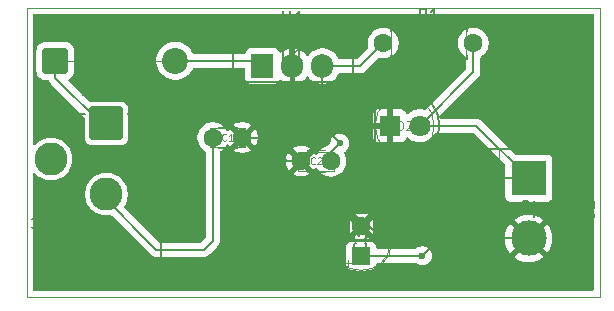
<source format=gbr>
%TF.GenerationSoftware,KiCad,Pcbnew,9.0.2*%
%TF.CreationDate,2025-06-23T12:50:11+05:30*%
%TF.ProjectId,L7805,4c373830-352e-46b6-9963-61645f706362,rev?*%
%TF.SameCoordinates,Original*%
%TF.FileFunction,Legend,Top*%
%TF.FilePolarity,Positive*%
%FSLAX46Y46*%
G04 Gerber Fmt 4.6, Leading zero omitted, Abs format (unit mm)*
G04 Created by KiCad (PCBNEW 9.0.2) date 2025-06-23 12:50:11*
%MOMM*%
%LPD*%
G01*
G04 APERTURE LIST*
G04 Aperture macros list*
%AMRoundRect*
0 Rectangle with rounded corners*
0 $1 Rounding radius*
0 $2 $3 $4 $5 $6 $7 $8 $9 X,Y pos of 4 corners*
0 Add a 4 corners polygon primitive as box body*
4,1,4,$2,$3,$4,$5,$6,$7,$8,$9,$2,$3,0*
0 Add four circle primitives for the rounded corners*
1,1,$1+$1,$2,$3*
1,1,$1+$1,$4,$5*
1,1,$1+$1,$6,$7*
1,1,$1+$1,$8,$9*
0 Add four rect primitives between the rounded corners*
20,1,$1+$1,$2,$3,$4,$5,0*
20,1,$1+$1,$4,$5,$6,$7,0*
20,1,$1+$1,$6,$7,$8,$9,0*
20,1,$1+$1,$8,$9,$2,$3,0*%
G04 Aperture macros list end*
%ADD10C,0.150000*%
%ADD11C,0.120000*%
%ADD12RoundRect,0.250000X0.550000X-0.550000X0.550000X0.550000X-0.550000X0.550000X-0.550000X-0.550000X0*%
%ADD13C,1.600000*%
%ADD14R,1.905000X2.000000*%
%ADD15O,1.905000X2.000000*%
%ADD16RoundRect,0.249999X-0.850001X-0.850001X0.850001X-0.850001X0.850001X0.850001X-0.850001X0.850001X0*%
%ADD17C,2.200000*%
%ADD18R,1.800000X1.800000*%
%ADD19C,1.800000*%
%ADD20R,3.000000X3.000000*%
%ADD21C,3.000000*%
%ADD22C,2.800000*%
%ADD23RoundRect,0.100000X1.300000X1.300000X-1.300000X1.300000X-1.300000X-1.300000X1.300000X-1.300000X0*%
%TA.AperFunction,ComponentPad*%
%ADD24RoundRect,0.250000X0.550000X-0.550000X0.550000X0.550000X-0.550000X0.550000X-0.550000X-0.550000X0*%
%TD*%
%TA.AperFunction,ComponentPad*%
%ADD25C,1.600000*%
%TD*%
%TA.AperFunction,ComponentPad*%
%ADD26R,1.905000X2.000000*%
%TD*%
%TA.AperFunction,ComponentPad*%
%ADD27O,1.905000X2.000000*%
%TD*%
%TA.AperFunction,ComponentPad*%
%ADD28RoundRect,0.249999X-0.850001X-0.850001X0.850001X-0.850001X0.850001X0.850001X-0.850001X0.850001X0*%
%TD*%
%TA.AperFunction,ComponentPad*%
%ADD29C,2.200000*%
%TD*%
%TA.AperFunction,ComponentPad*%
%ADD30R,1.800000X1.800000*%
%TD*%
%TA.AperFunction,ComponentPad*%
%ADD31C,1.800000*%
%TD*%
%TA.AperFunction,ComponentPad*%
%ADD32R,3.000000X3.000000*%
%TD*%
%TA.AperFunction,ComponentPad*%
%ADD33C,3.000000*%
%TD*%
%TA.AperFunction,ComponentPad*%
%ADD34C,2.600000*%
%TD*%
%TA.AperFunction,ComponentPad*%
%ADD35R,2.600000X2.600000*%
%TD*%
%TA.AperFunction,ViaPad*%
%ADD36C,0.600000*%
%TD*%
%TA.AperFunction,Conductor*%
%ADD37C,0.200000*%
%TD*%
%ADD38C,0.090000*%
%ADD39C,0.100000*%
%TA.AperFunction,Profile*%
%ADD40C,0.050000*%
%TD*%
G04 APERTURE END LIST*
D10*
X180404468Y-113416666D02*
X180452088Y-113464285D01*
X180452088Y-113464285D02*
X180499707Y-113607142D01*
X180499707Y-113607142D02*
X180499707Y-113702380D01*
X180499707Y-113702380D02*
X180452088Y-113845237D01*
X180452088Y-113845237D02*
X180356849Y-113940475D01*
X180356849Y-113940475D02*
X180261611Y-113988094D01*
X180261611Y-113988094D02*
X180071135Y-114035713D01*
X180071135Y-114035713D02*
X179928278Y-114035713D01*
X179928278Y-114035713D02*
X179737802Y-113988094D01*
X179737802Y-113988094D02*
X179642564Y-113940475D01*
X179642564Y-113940475D02*
X179547326Y-113845237D01*
X179547326Y-113845237D02*
X179499707Y-113702380D01*
X179499707Y-113702380D02*
X179499707Y-113607142D01*
X179499707Y-113607142D02*
X179547326Y-113464285D01*
X179547326Y-113464285D02*
X179594945Y-113416666D01*
X179499707Y-113083332D02*
X179499707Y-112464285D01*
X179499707Y-112464285D02*
X179880659Y-112797618D01*
X179880659Y-112797618D02*
X179880659Y-112654761D01*
X179880659Y-112654761D02*
X179928278Y-112559523D01*
X179928278Y-112559523D02*
X179975897Y-112511904D01*
X179975897Y-112511904D02*
X180071135Y-112464285D01*
X180071135Y-112464285D02*
X180309230Y-112464285D01*
X180309230Y-112464285D02*
X180404468Y-112511904D01*
X180404468Y-112511904D02*
X180452088Y-112559523D01*
X180452088Y-112559523D02*
X180499707Y-112654761D01*
X180499707Y-112654761D02*
X180499707Y-112940475D01*
X180499707Y-112940475D02*
X180452088Y-113035713D01*
X180452088Y-113035713D02*
X180404468Y-113083332D01*
X179833333Y-108909580D02*
X179785714Y-108957200D01*
X179785714Y-108957200D02*
X179642857Y-109004819D01*
X179642857Y-109004819D02*
X179547619Y-109004819D01*
X179547619Y-109004819D02*
X179404762Y-108957200D01*
X179404762Y-108957200D02*
X179309524Y-108861961D01*
X179309524Y-108861961D02*
X179261905Y-108766723D01*
X179261905Y-108766723D02*
X179214286Y-108576247D01*
X179214286Y-108576247D02*
X179214286Y-108433390D01*
X179214286Y-108433390D02*
X179261905Y-108242914D01*
X179261905Y-108242914D02*
X179309524Y-108147676D01*
X179309524Y-108147676D02*
X179404762Y-108052438D01*
X179404762Y-108052438D02*
X179547619Y-108004819D01*
X179547619Y-108004819D02*
X179642857Y-108004819D01*
X179642857Y-108004819D02*
X179785714Y-108052438D01*
X179785714Y-108052438D02*
X179833333Y-108100057D01*
X180214286Y-108100057D02*
X180261905Y-108052438D01*
X180261905Y-108052438D02*
X180357143Y-108004819D01*
X180357143Y-108004819D02*
X180595238Y-108004819D01*
X180595238Y-108004819D02*
X180690476Y-108052438D01*
X180690476Y-108052438D02*
X180738095Y-108100057D01*
X180738095Y-108100057D02*
X180785714Y-108195295D01*
X180785714Y-108195295D02*
X180785714Y-108290533D01*
X180785714Y-108290533D02*
X180738095Y-108433390D01*
X180738095Y-108433390D02*
X180166667Y-109004819D01*
X180166667Y-109004819D02*
X180785714Y-109004819D01*
X172333333Y-102809580D02*
X172285714Y-102857200D01*
X172285714Y-102857200D02*
X172142857Y-102904819D01*
X172142857Y-102904819D02*
X172047619Y-102904819D01*
X172047619Y-102904819D02*
X171904762Y-102857200D01*
X171904762Y-102857200D02*
X171809524Y-102761961D01*
X171809524Y-102761961D02*
X171761905Y-102666723D01*
X171761905Y-102666723D02*
X171714286Y-102476247D01*
X171714286Y-102476247D02*
X171714286Y-102333390D01*
X171714286Y-102333390D02*
X171761905Y-102142914D01*
X171761905Y-102142914D02*
X171809524Y-102047676D01*
X171809524Y-102047676D02*
X171904762Y-101952438D01*
X171904762Y-101952438D02*
X172047619Y-101904819D01*
X172047619Y-101904819D02*
X172142857Y-101904819D01*
X172142857Y-101904819D02*
X172285714Y-101952438D01*
X172285714Y-101952438D02*
X172333333Y-102000057D01*
X173285714Y-102904819D02*
X172714286Y-102904819D01*
X173000000Y-102904819D02*
X173000000Y-101904819D01*
X173000000Y-101904819D02*
X172904762Y-102047676D01*
X172904762Y-102047676D02*
X172809524Y-102142914D01*
X172809524Y-102142914D02*
X172714286Y-102190533D01*
X177238095Y-93804819D02*
X177238095Y-94614342D01*
X177238095Y-94614342D02*
X177285714Y-94709580D01*
X177285714Y-94709580D02*
X177333333Y-94757200D01*
X177333333Y-94757200D02*
X177428571Y-94804819D01*
X177428571Y-94804819D02*
X177619047Y-94804819D01*
X177619047Y-94804819D02*
X177714285Y-94757200D01*
X177714285Y-94757200D02*
X177761904Y-94709580D01*
X177761904Y-94709580D02*
X177809523Y-94614342D01*
X177809523Y-94614342D02*
X177809523Y-93804819D01*
X178809523Y-94804819D02*
X178238095Y-94804819D01*
X178523809Y-94804819D02*
X178523809Y-93804819D01*
X178523809Y-93804819D02*
X178428571Y-93947676D01*
X178428571Y-93947676D02*
X178333333Y-94042914D01*
X178333333Y-94042914D02*
X178238095Y-94090533D01*
X162261905Y-95984819D02*
X162261905Y-94984819D01*
X162261905Y-94984819D02*
X162500000Y-94984819D01*
X162500000Y-94984819D02*
X162642857Y-95032438D01*
X162642857Y-95032438D02*
X162738095Y-95127676D01*
X162738095Y-95127676D02*
X162785714Y-95222914D01*
X162785714Y-95222914D02*
X162833333Y-95413390D01*
X162833333Y-95413390D02*
X162833333Y-95556247D01*
X162833333Y-95556247D02*
X162785714Y-95746723D01*
X162785714Y-95746723D02*
X162738095Y-95841961D01*
X162738095Y-95841961D02*
X162642857Y-95937200D01*
X162642857Y-95937200D02*
X162500000Y-95984819D01*
X162500000Y-95984819D02*
X162261905Y-95984819D01*
X163785714Y-95984819D02*
X163214286Y-95984819D01*
X163500000Y-95984819D02*
X163500000Y-94984819D01*
X163500000Y-94984819D02*
X163404762Y-95127676D01*
X163404762Y-95127676D02*
X163309524Y-95222914D01*
X163309524Y-95222914D02*
X163214286Y-95270533D01*
X157658095Y-96354819D02*
X157658095Y-95354819D01*
X158229523Y-96354819D02*
X157800952Y-95783390D01*
X158229523Y-95354819D02*
X157658095Y-95926247D01*
X189333333Y-94584819D02*
X189000000Y-94108628D01*
X188761905Y-94584819D02*
X188761905Y-93584819D01*
X188761905Y-93584819D02*
X189142857Y-93584819D01*
X189142857Y-93584819D02*
X189238095Y-93632438D01*
X189238095Y-93632438D02*
X189285714Y-93680057D01*
X189285714Y-93680057D02*
X189333333Y-93775295D01*
X189333333Y-93775295D02*
X189333333Y-93918152D01*
X189333333Y-93918152D02*
X189285714Y-94013390D01*
X189285714Y-94013390D02*
X189238095Y-94061009D01*
X189238095Y-94061009D02*
X189142857Y-94108628D01*
X189142857Y-94108628D02*
X188761905Y-94108628D01*
X190285714Y-94584819D02*
X189714286Y-94584819D01*
X190000000Y-94584819D02*
X190000000Y-93584819D01*
X190000000Y-93584819D02*
X189904762Y-93727676D01*
X189904762Y-93727676D02*
X189809524Y-93822914D01*
X189809524Y-93822914D02*
X189714286Y-93870533D01*
X186756905Y-99994819D02*
X186756905Y-98994819D01*
X186756905Y-98994819D02*
X186995000Y-98994819D01*
X186995000Y-98994819D02*
X187137857Y-99042438D01*
X187137857Y-99042438D02*
X187233095Y-99137676D01*
X187233095Y-99137676D02*
X187280714Y-99232914D01*
X187280714Y-99232914D02*
X187328333Y-99423390D01*
X187328333Y-99423390D02*
X187328333Y-99566247D01*
X187328333Y-99566247D02*
X187280714Y-99756723D01*
X187280714Y-99756723D02*
X187233095Y-99851961D01*
X187233095Y-99851961D02*
X187137857Y-99947200D01*
X187137857Y-99947200D02*
X186995000Y-99994819D01*
X186995000Y-99994819D02*
X186756905Y-99994819D01*
X187709286Y-99090057D02*
X187756905Y-99042438D01*
X187756905Y-99042438D02*
X187852143Y-98994819D01*
X187852143Y-98994819D02*
X188090238Y-98994819D01*
X188090238Y-98994819D02*
X188185476Y-99042438D01*
X188185476Y-99042438D02*
X188233095Y-99090057D01*
X188233095Y-99090057D02*
X188280714Y-99185295D01*
X188280714Y-99185295D02*
X188280714Y-99280533D01*
X188280714Y-99280533D02*
X188233095Y-99423390D01*
X188233095Y-99423390D02*
X187661667Y-99994819D01*
X187661667Y-99994819D02*
X188280714Y-99994819D01*
X202534819Y-110833333D02*
X203249104Y-110833333D01*
X203249104Y-110833333D02*
X203391961Y-110880952D01*
X203391961Y-110880952D02*
X203487200Y-110976190D01*
X203487200Y-110976190D02*
X203534819Y-111119047D01*
X203534819Y-111119047D02*
X203534819Y-111214285D01*
X202630057Y-110404761D02*
X202582438Y-110357142D01*
X202582438Y-110357142D02*
X202534819Y-110261904D01*
X202534819Y-110261904D02*
X202534819Y-110023809D01*
X202534819Y-110023809D02*
X202582438Y-109928571D01*
X202582438Y-109928571D02*
X202630057Y-109880952D01*
X202630057Y-109880952D02*
X202725295Y-109833333D01*
X202725295Y-109833333D02*
X202820533Y-109833333D01*
X202820533Y-109833333D02*
X202963390Y-109880952D01*
X202963390Y-109880952D02*
X203534819Y-110452380D01*
X203534819Y-110452380D02*
X203534819Y-109833333D01*
D11*
%TO.C,C3*%
X182319888Y-116054775D02*
X182319888Y-115554775D01*
X182069888Y-115804775D02*
X182569888Y-115804775D01*
X181214888Y-113250000D02*
X186374888Y-113250000D01*
X181214888Y-113210000D02*
X186374888Y-113210000D01*
X181215888Y-113170000D02*
X186373888Y-113170000D01*
X181217888Y-113130000D02*
X186371888Y-113130000D01*
X181219888Y-113090000D02*
X186369888Y-113090000D01*
X181222888Y-113050000D02*
X186366888Y-113050000D01*
X181225888Y-113010000D02*
X182754888Y-113010000D01*
X184834888Y-113010000D02*
X186363888Y-113010000D01*
X181229888Y-112970000D02*
X182754888Y-112970000D01*
X184834888Y-112970000D02*
X186359888Y-112970000D01*
X181234888Y-112930000D02*
X182754888Y-112930000D01*
X184834888Y-112930000D02*
X186354888Y-112930000D01*
X181239888Y-112890000D02*
X182754888Y-112890000D01*
X184834888Y-112890000D02*
X186349888Y-112890000D01*
X181245888Y-112850000D02*
X182754888Y-112850000D01*
X184834888Y-112850000D02*
X186343888Y-112850000D01*
X181251888Y-112810000D02*
X182754888Y-112810000D01*
X184834888Y-112810000D02*
X186337888Y-112810000D01*
X181258888Y-112770000D02*
X182754888Y-112770000D01*
X184834888Y-112770000D02*
X186330888Y-112770000D01*
X181266888Y-112730000D02*
X182754888Y-112730000D01*
X184834888Y-112730000D02*
X186322888Y-112730000D01*
X181275888Y-112690000D02*
X182754888Y-112690000D01*
X184834888Y-112690000D02*
X186313888Y-112690000D01*
X181284888Y-112650000D02*
X182754888Y-112650000D01*
X184834888Y-112650000D02*
X186304888Y-112650000D01*
X181293888Y-112610000D02*
X182754888Y-112610000D01*
X184834888Y-112610000D02*
X186295888Y-112610000D01*
X181304888Y-112570000D02*
X182754888Y-112570000D01*
X184834888Y-112570000D02*
X186284888Y-112570000D01*
X181315888Y-112530000D02*
X182754888Y-112530000D01*
X184834888Y-112530000D02*
X186273888Y-112530000D01*
X181327888Y-112490000D02*
X182754888Y-112490000D01*
X184834888Y-112490000D02*
X186261888Y-112490000D01*
X181339888Y-112450000D02*
X182754888Y-112450000D01*
X184834888Y-112450000D02*
X186249888Y-112450000D01*
X181352888Y-112410000D02*
X182754888Y-112410000D01*
X184834888Y-112410000D02*
X186236888Y-112410000D01*
X181366888Y-112370000D02*
X182754888Y-112370000D01*
X184834888Y-112370000D02*
X186222888Y-112370000D01*
X181381888Y-112330000D02*
X182754888Y-112330000D01*
X184834888Y-112330000D02*
X186207888Y-112330000D01*
X181396888Y-112290000D02*
X182754888Y-112290000D01*
X184834888Y-112290000D02*
X186192888Y-112290000D01*
X181412888Y-112250000D02*
X182754888Y-112250000D01*
X184834888Y-112250000D02*
X186176888Y-112250000D01*
X181429888Y-112210000D02*
X182754888Y-112210000D01*
X184834888Y-112210000D02*
X186159888Y-112210000D01*
X181447888Y-112170000D02*
X182754888Y-112170000D01*
X184834888Y-112170000D02*
X186141888Y-112170000D01*
X181465888Y-112130000D02*
X182754888Y-112130000D01*
X184834888Y-112130000D02*
X186123888Y-112130000D01*
X181485888Y-112090000D02*
X182754888Y-112090000D01*
X184834888Y-112090000D02*
X186103888Y-112090000D01*
X181505888Y-112050000D02*
X182754888Y-112050000D01*
X184834888Y-112050000D02*
X186083888Y-112050000D01*
X181526888Y-112010000D02*
X182754888Y-112010000D01*
X184834888Y-112010000D02*
X186062888Y-112010000D01*
X181548888Y-111970000D02*
X182754888Y-111970000D01*
X184834888Y-111970000D02*
X186040888Y-111970000D01*
X181571888Y-111930000D02*
X182754888Y-111930000D01*
X184834888Y-111930000D02*
X186017888Y-111930000D01*
X181595888Y-111890000D02*
X182754888Y-111890000D01*
X184834888Y-111890000D02*
X185993888Y-111890000D01*
X181619888Y-111850000D02*
X182754888Y-111850000D01*
X184834888Y-111850000D02*
X185969888Y-111850000D01*
X181645888Y-111810000D02*
X182754888Y-111810000D01*
X184834888Y-111810000D02*
X185943888Y-111810000D01*
X181672888Y-111770000D02*
X182754888Y-111770000D01*
X184834888Y-111770000D02*
X185916888Y-111770000D01*
X181700888Y-111730000D02*
X182754888Y-111730000D01*
X184834888Y-111730000D02*
X185888888Y-111730000D01*
X181729888Y-111690000D02*
X182754888Y-111690000D01*
X184834888Y-111690000D02*
X185859888Y-111690000D01*
X181759888Y-111650000D02*
X182754888Y-111650000D01*
X184834888Y-111650000D02*
X185829888Y-111650000D01*
X181791888Y-111610000D02*
X182754888Y-111610000D01*
X184834888Y-111610000D02*
X185797888Y-111610000D01*
X181824888Y-111570000D02*
X182754888Y-111570000D01*
X184834888Y-111570000D02*
X185764888Y-111570000D01*
X181858888Y-111530000D02*
X182754888Y-111530000D01*
X184834888Y-111530000D02*
X185730888Y-111530000D01*
X181893888Y-111490000D02*
X182754888Y-111490000D01*
X184834888Y-111490000D02*
X185695888Y-111490000D01*
X181930888Y-111450000D02*
X182754888Y-111450000D01*
X184834888Y-111450000D02*
X185658888Y-111450000D01*
X181969888Y-111410000D02*
X182754888Y-111410000D01*
X184834888Y-111410000D02*
X185619888Y-111410000D01*
X182009888Y-111370000D02*
X182754888Y-111370000D01*
X184834888Y-111370000D02*
X185579888Y-111370000D01*
X182051888Y-111330000D02*
X182754888Y-111330000D01*
X184834888Y-111330000D02*
X185537888Y-111330000D01*
X182095888Y-111290000D02*
X182754888Y-111290000D01*
X184834888Y-111290000D02*
X185493888Y-111290000D01*
X182142888Y-111250000D02*
X182754888Y-111250000D01*
X184834888Y-111250000D02*
X185446888Y-111250000D01*
X182190888Y-111210000D02*
X182754888Y-111210000D01*
X184834888Y-111210000D02*
X185398888Y-111210000D01*
X182241888Y-111170000D02*
X182754888Y-111170000D01*
X184834888Y-111170000D02*
X185347888Y-111170000D01*
X182295888Y-111130000D02*
X182754888Y-111130000D01*
X184834888Y-111130000D02*
X185293888Y-111130000D01*
X182351888Y-111090000D02*
X182754888Y-111090000D01*
X184834888Y-111090000D02*
X185237888Y-111090000D01*
X182411888Y-111050000D02*
X182754888Y-111050000D01*
X184834888Y-111050000D02*
X185177888Y-111050000D01*
X182475888Y-111010000D02*
X182754888Y-111010000D01*
X184834888Y-111010000D02*
X185113888Y-111010000D01*
X182543888Y-110970000D02*
X182754888Y-110970000D01*
X184834888Y-110970000D02*
X185045888Y-110970000D01*
X182617888Y-110930000D02*
X184971888Y-110930000D01*
X182696888Y-110890000D02*
X184892888Y-110890000D01*
X182783888Y-110850000D02*
X184805888Y-110850000D01*
X182880888Y-110810000D02*
X184708888Y-110810000D01*
X182989888Y-110770000D02*
X184599888Y-110770000D01*
X183117888Y-110730000D02*
X184471888Y-110730000D01*
X183277888Y-110690000D02*
X184311888Y-110690000D01*
X183511888Y-110650000D02*
X184077888Y-110650000D01*
X186414888Y-113250000D02*
G75*
G02*
X181174888Y-113250000I-2620000J0D01*
G01*
X181174888Y-113250000D02*
G75*
G02*
X186414888Y-113250000I2620000J0D01*
G01*
%TO.C,C2*%
X180765000Y-107420000D02*
X179235000Y-107420000D01*
X180765000Y-105580000D02*
X179235000Y-105580000D01*
%TO.C,C1*%
X171735000Y-103580000D02*
X173265000Y-103580000D01*
X171735000Y-105420000D02*
X173265000Y-105420000D01*
%TO.C,U1*%
X172890000Y-95190000D02*
X172890000Y-99810000D01*
X172890000Y-95190000D02*
X183110000Y-95190000D01*
X172890000Y-96570000D02*
X183110000Y-96570000D01*
X172890000Y-99810000D02*
X183110000Y-99810000D01*
X176150000Y-95190000D02*
X176150000Y-96570000D01*
X179850000Y-95190000D02*
X179850000Y-96570000D01*
X183110000Y-95190000D02*
X183110000Y-99810000D01*
%TO.C,D1*%
X159260000Y-98000000D02*
X160280000Y-98000000D01*
X161060000Y-96530000D02*
X161060000Y-99470000D01*
X161180000Y-96530000D02*
X161180000Y-99470000D01*
X161300000Y-96530000D02*
X161300000Y-99470000D01*
X166740000Y-98000000D02*
X165720000Y-98000000D01*
X160280000Y-96530000D02*
X165720000Y-96530000D01*
X165720000Y-99470000D01*
X160280000Y-99470000D01*
X160280000Y-96530000D01*
%TO.C,R1*%
X186230000Y-95130000D02*
X192770000Y-95130000D01*
X186230000Y-95460000D02*
X186230000Y-95130000D01*
X186230000Y-97540000D02*
X186230000Y-97870000D01*
X186230000Y-97870000D02*
X192770000Y-97870000D01*
X192770000Y-95130000D02*
X192770000Y-95460000D01*
X192770000Y-97870000D02*
X192770000Y-97540000D01*
%TO.C,D2*%
X184935000Y-101955000D02*
X184935000Y-105045000D01*
X184935000Y-101955170D02*
G75*
G02*
X190485000Y-103500000I2560000J-1544830D01*
G01*
X190485000Y-103500000D02*
G75*
G02*
X184935000Y-105044830I-2990000J0D01*
G01*
X189995000Y-103500000D02*
G75*
G02*
X184995000Y-103500000I-2500000J0D01*
G01*
X184995000Y-103500000D02*
G75*
G02*
X189995000Y-103500000I2500000J0D01*
G01*
%TO.C,J2*%
X201810000Y-105420000D02*
X194190000Y-105420000D01*
X194190000Y-105420000D02*
X194190000Y-115580000D01*
X201810000Y-115580000D02*
X201810000Y-105420000D01*
X195460000Y-115580000D02*
X195460000Y-105420000D01*
X194190000Y-115580000D02*
X201810000Y-115580000D01*
%TD*%
%LPC*%
D12*
%TO.C,C3*%
X183794888Y-114500000D03*
D13*
X183794888Y-112000000D03*
%TD*%
%TO.C,C2*%
X181250000Y-106500000D03*
X178750000Y-106500000D03*
%TD*%
%TO.C,C1*%
X171250000Y-104500000D03*
X173750000Y-104500000D03*
%TD*%
D14*
%TO.C,U1*%
X175460000Y-98450000D03*
D15*
X178000000Y-98450000D03*
X180540000Y-98450000D03*
%TD*%
D16*
%TO.C,D1*%
X157920000Y-98000000D03*
D17*
X168080000Y-98000000D03*
%TD*%
D13*
%TO.C,R1*%
X185690000Y-96500000D03*
X193310000Y-96500000D03*
%TD*%
D18*
%TO.C,D2*%
X186225000Y-103500000D03*
D19*
X188765000Y-103500000D03*
%TD*%
D20*
%TO.C,J2*%
X198000000Y-107960000D03*
D21*
X198000000Y-113040000D03*
%TD*%
D22*
%TO.C,J1*%
X157550000Y-106300000D03*
X162250000Y-109300000D03*
D23*
X162250000Y-103300000D03*
%TD*%
%LPD*%
D24*
%TO.P,C3,1*%
%TO.N,+5V*%
X183794888Y-114500000D03*
D25*
%TO.P,C3,2*%
%TO.N,GND*%
X183794888Y-112000000D03*
%TD*%
%TO.P,C2,1*%
%TO.N,Net-(U1-OUT)*%
X181250000Y-106500000D03*
%TO.P,C2,2*%
%TO.N,GND*%
X178750000Y-106500000D03*
%TD*%
%TO.P,C1,1*%
%TO.N,Net-(C1-Pad1)*%
X171250000Y-104500000D03*
%TO.P,C1,2*%
%TO.N,GND*%
X173750000Y-104500000D03*
%TD*%
D26*
%TO.P,U1,1,IN*%
%TO.N,Net-(D1-A)*%
X175460000Y-98450000D03*
D27*
%TO.P,U1,2,GND*%
%TO.N,GND*%
X178000000Y-98450000D03*
%TO.P,U1,3,OUT*%
%TO.N,Net-(U1-OUT)*%
X180540000Y-98450000D03*
%TD*%
D28*
%TO.P,D1,1,K*%
%TO.N,+12V*%
X157920000Y-98000000D03*
D29*
%TO.P,D1,2,A*%
%TO.N,Net-(D1-A)*%
X168080000Y-98000000D03*
%TD*%
D25*
%TO.P,R1,1*%
%TO.N,Net-(U1-OUT)*%
X185690000Y-96500000D03*
%TO.P,R1,2*%
%TO.N,+5V*%
X193310000Y-96500000D03*
%TD*%
D30*
%TO.P,D2,1,K*%
%TO.N,GND*%
X186225000Y-103500000D03*
D31*
%TO.P,D2,2,A*%
%TO.N,+5V*%
X188765000Y-103500000D03*
%TD*%
D32*
%TO.P,J2,1,Pin_1*%
%TO.N,+5V*%
X198000000Y-107960000D03*
D33*
%TO.P,J2,2,Pin_2*%
%TO.N,GND*%
X198000000Y-113040000D03*
%TD*%
D34*
%TO.P,J1,3*%
%TO.N,N/C*%
X157550000Y-106300000D03*
%TO.P,J1,2*%
%TO.N,Net-(C1-Pad1)*%
X162250000Y-109300000D03*
D35*
%TO.P,J1,1*%
%TO.N,+12V*%
X162250000Y-103300000D03*
%TD*%
D36*
%TO.N,Net-(U1-OUT)*%
X182000000Y-105000000D03*
%TO.N,+5V*%
X189000000Y-114500000D03*
%TD*%
D37*
%TO.N,Net-(U1-OUT)*%
X182000000Y-105000000D02*
X180540000Y-103540000D01*
X180540000Y-103540000D02*
X180540000Y-98450000D01*
%TO.N,+5V*%
X189000000Y-114500000D02*
X195540000Y-107960000D01*
X195540000Y-107960000D02*
X198000000Y-107960000D01*
%TD*%
D12*
%TO.C,C3*%
X183794888Y-114500000D03*
D13*
X183794888Y-112000000D03*
%TD*%
%TO.C,C2*%
X181250000Y-106500000D03*
X178750000Y-106500000D03*
%TD*%
%TO.C,C1*%
X171250000Y-104500000D03*
X173750000Y-104500000D03*
%TD*%
D14*
%TO.C,U1*%
X175460000Y-98450000D03*
D15*
X178000000Y-98450000D03*
X180540000Y-98450000D03*
%TD*%
D16*
%TO.C,D1*%
X157920000Y-98000000D03*
D17*
X168080000Y-98000000D03*
%TD*%
D13*
%TO.C,R1*%
X185690000Y-96500000D03*
X193310000Y-96500000D03*
%TD*%
D18*
%TO.C,D2*%
X186225000Y-103500000D03*
D19*
X188765000Y-103500000D03*
%TD*%
D20*
%TO.C,J2*%
X198000000Y-107960000D03*
D21*
X198000000Y-113040000D03*
%TD*%
D22*
%TO.C,J1*%
X157550000Y-106300000D03*
X162250000Y-109300000D03*
D23*
X162250000Y-103300000D03*
%TD*%
G36*
X166872961Y-102444567D02*
G01*
X166905433Y-102477039D01*
X166910000Y-102500000D01*
X166910000Y-117100000D01*
X166905433Y-117122961D01*
X166872961Y-117155433D01*
X166850000Y-117160000D01*
X157650000Y-117160000D01*
X157627039Y-117155433D01*
X157594567Y-117122961D01*
X157590000Y-117100000D01*
X157590000Y-108100000D01*
X157594567Y-108077039D01*
X157627039Y-108044567D01*
X157672961Y-108044567D01*
X157705433Y-108077039D01*
X157710000Y-108100000D01*
X157710000Y-117040000D01*
X166790000Y-117040000D01*
X166790000Y-102560000D01*
X164050000Y-102560000D01*
X164027039Y-102555433D01*
X163994567Y-102522961D01*
X163994567Y-102477039D01*
X164027039Y-102444567D01*
X164050000Y-102440000D01*
X166850000Y-102440000D01*
X166872961Y-102444567D01*
G37*
G36*
X156260696Y-111767914D02*
G01*
X156262578Y-111768429D01*
X156288753Y-111781517D01*
X156290294Y-111782713D01*
X156309467Y-111804820D01*
X156310433Y-111806515D01*
X156319687Y-111834277D01*
X156319931Y-111836212D01*
X156317857Y-111865402D01*
X156317540Y-111866835D01*
X156312285Y-111880566D01*
X156312087Y-111881015D01*
X156264468Y-111976253D01*
X156264227Y-111976681D01*
X156260493Y-111982611D01*
X156259896Y-111984055D01*
X156259140Y-111985317D01*
X156257645Y-111987137D01*
X156256396Y-111989123D01*
X156255440Y-111990238D01*
X156254260Y-111991260D01*
X156249812Y-111996681D01*
X156249483Y-111997045D01*
X156195576Y-112050952D01*
X156874819Y-112050952D01*
X156874819Y-111845238D01*
X156874843Y-111844748D01*
X156876284Y-111830116D01*
X156876641Y-111828693D01*
X156887840Y-111801657D01*
X156888923Y-111800034D01*
X156909615Y-111779342D01*
X156911238Y-111778259D01*
X156938274Y-111767060D01*
X156940187Y-111766679D01*
X156969451Y-111766679D01*
X156971364Y-111767060D01*
X156998400Y-111778259D01*
X157000023Y-111779342D01*
X157020715Y-111800034D01*
X157021798Y-111801657D01*
X157032997Y-111828693D01*
X157033354Y-111830116D01*
X157034795Y-111844748D01*
X157034819Y-111845238D01*
X157034819Y-112416666D01*
X157034795Y-112417156D01*
X157033354Y-112431788D01*
X157032997Y-112433211D01*
X157021798Y-112460247D01*
X157020715Y-112461870D01*
X157000023Y-112482562D01*
X156998400Y-112483645D01*
X156971364Y-112494844D01*
X156969451Y-112495225D01*
X156940187Y-112495225D01*
X156938274Y-112494844D01*
X156911238Y-112483645D01*
X156909615Y-112482562D01*
X156888923Y-112461870D01*
X156887840Y-112460247D01*
X156876641Y-112433211D01*
X156876284Y-112431788D01*
X156874843Y-112417156D01*
X156874819Y-112416666D01*
X156874819Y-112210952D01*
X155954819Y-112210952D01*
X155954257Y-112210920D01*
X155954204Y-112210914D01*
X155954212Y-112210841D01*
X155954179Y-112210842D01*
X155954173Y-112210912D01*
X155939697Y-112209487D01*
X155938274Y-112209130D01*
X155931868Y-112206476D01*
X155925065Y-112205116D01*
X155923264Y-112204367D01*
X155917569Y-112200553D01*
X155911238Y-112197931D01*
X155909615Y-112196848D01*
X155904709Y-112191942D01*
X155898949Y-112188085D01*
X155897571Y-112186704D01*
X155893770Y-112181003D01*
X155888923Y-112176156D01*
X155887840Y-112174533D01*
X155885186Y-112168127D01*
X155881338Y-112162355D01*
X155880593Y-112160551D01*
X155879263Y-112153827D01*
X155876641Y-112147498D01*
X155876260Y-112145584D01*
X155876260Y-112138646D01*
X155874914Y-112131843D01*
X155874916Y-112129892D01*
X155876260Y-112123172D01*
X155876260Y-112116320D01*
X155876640Y-112114407D01*
X155879294Y-112107996D01*
X155880655Y-112101198D01*
X155881403Y-112099397D01*
X155885217Y-112093699D01*
X155887840Y-112087370D01*
X155888923Y-112085749D01*
X155893826Y-112080844D01*
X155897687Y-112075081D01*
X155898673Y-112073996D01*
X155909931Y-112064775D01*
X155909959Y-112064809D01*
X155910109Y-112064707D01*
X155910072Y-112064660D01*
X155910115Y-112064626D01*
X155910442Y-112064388D01*
X156046706Y-111973544D01*
X156127167Y-111893084D01*
X156168979Y-111809461D01*
X156169219Y-111809034D01*
X156177051Y-111796591D01*
X156178007Y-111795477D01*
X156200115Y-111776304D01*
X156201810Y-111775338D01*
X156229571Y-111766084D01*
X156231506Y-111765840D01*
X156260696Y-111767914D01*
G37*
G36*
X156971364Y-110957536D02*
G01*
X156998400Y-110968735D01*
X157000023Y-110969818D01*
X157020715Y-110990510D01*
X157021798Y-110992133D01*
X157032997Y-111019169D01*
X157033354Y-111020592D01*
X157034795Y-111035224D01*
X157034819Y-111035714D01*
X157034819Y-111130952D01*
X157034795Y-111131442D01*
X157034106Y-111138427D01*
X157034217Y-111139977D01*
X157034105Y-111141442D01*
X157033584Y-111143729D01*
X157033354Y-111146073D01*
X157032997Y-111147500D01*
X157032400Y-111148938D01*
X157030846Y-111155778D01*
X157030713Y-111156251D01*
X156983094Y-111299107D01*
X156982917Y-111299564D01*
X156976923Y-111312990D01*
X156976133Y-111314229D01*
X156974901Y-111315648D01*
X156974181Y-111317389D01*
X156973426Y-111318649D01*
X156964098Y-111330014D01*
X156963769Y-111330378D01*
X156868530Y-111425616D01*
X156868166Y-111425945D01*
X156856800Y-111435273D01*
X156855540Y-111436028D01*
X156853799Y-111436748D01*
X156852380Y-111437980D01*
X156851141Y-111438770D01*
X156837716Y-111444764D01*
X156837259Y-111444941D01*
X156694402Y-111492560D01*
X156693929Y-111492693D01*
X156687089Y-111494247D01*
X156685651Y-111494844D01*
X156684225Y-111495201D01*
X156681880Y-111495431D01*
X156679593Y-111495952D01*
X156678128Y-111496064D01*
X156676579Y-111495953D01*
X156669595Y-111496642D01*
X156669104Y-111496666D01*
X155954819Y-111496666D01*
X155954329Y-111496642D01*
X155939697Y-111495201D01*
X155938274Y-111494844D01*
X155911238Y-111483645D01*
X155909615Y-111482562D01*
X155888923Y-111461870D01*
X155887840Y-111460247D01*
X155876641Y-111433211D01*
X155876260Y-111431298D01*
X155876260Y-111402034D01*
X155876641Y-111400121D01*
X155887840Y-111373085D01*
X155888923Y-111371462D01*
X155909615Y-111350770D01*
X155911238Y-111349687D01*
X155938274Y-111338488D01*
X155939697Y-111338131D01*
X155954329Y-111336690D01*
X155954819Y-111336666D01*
X156656124Y-111336666D01*
X156768744Y-111299125D01*
X156837279Y-111230590D01*
X156874819Y-111117971D01*
X156874819Y-111035714D01*
X156874843Y-111035224D01*
X156876284Y-111020592D01*
X156876641Y-111019169D01*
X156887840Y-110992133D01*
X156888923Y-110990510D01*
X156909615Y-110969818D01*
X156911238Y-110968735D01*
X156938274Y-110957536D01*
X156940187Y-110957155D01*
X156969451Y-110957155D01*
X156971364Y-110957536D01*
G37*
G36*
X160472961Y-102444567D02*
G01*
X160505433Y-102477039D01*
X160505433Y-102522961D01*
X160472961Y-102555433D01*
X160450000Y-102560000D01*
X157710000Y-102560000D01*
X157710000Y-104500000D01*
X157705433Y-104522961D01*
X157672961Y-104555433D01*
X157627039Y-104555433D01*
X157594567Y-104522961D01*
X157590000Y-104500000D01*
X157590000Y-102500000D01*
X157594567Y-102477039D01*
X157627039Y-102444567D01*
X157650000Y-102440000D01*
X160450000Y-102440000D01*
X160472961Y-102444567D01*
G37*
G36*
X167112961Y-102204567D02*
G01*
X167145433Y-102237039D01*
X167150000Y-102260000D01*
X167150000Y-104000000D01*
X167145433Y-104022961D01*
X167112961Y-104055433D01*
X167067039Y-104055433D01*
X167034567Y-104022961D01*
X167030000Y-104000000D01*
X167030000Y-102320000D01*
X165350000Y-102320000D01*
X165327039Y-102315433D01*
X165294567Y-102282961D01*
X165294567Y-102237039D01*
X165327039Y-102204567D01*
X165350000Y-102200000D01*
X167090000Y-102200000D01*
X167112961Y-102204567D01*
G37*
D24*
%TO.P,C3,1*%
%TO.N,+5V*%
X183794888Y-114500000D03*
D25*
%TO.P,C3,2*%
%TO.N,GND*%
X183794888Y-112000000D03*
%TD*%
%TO.P,C2,1*%
%TO.N,Net-(U1-OUT)*%
X181250000Y-106500000D03*
%TO.P,C2,2*%
%TO.N,GND*%
X178750000Y-106500000D03*
%TD*%
%TO.P,C1,1*%
%TO.N,Net-(C1-Pad1)*%
X171250000Y-104500000D03*
%TO.P,C1,2*%
%TO.N,GND*%
X173750000Y-104500000D03*
%TD*%
D26*
%TO.P,U1,1,IN*%
%TO.N,Net-(D1-A)*%
X175460000Y-98450000D03*
D27*
%TO.P,U1,2,GND*%
%TO.N,GND*%
X178000000Y-98450000D03*
%TO.P,U1,3,OUT*%
%TO.N,Net-(U1-OUT)*%
X180540000Y-98450000D03*
%TD*%
D28*
%TO.P,D1,1,K*%
%TO.N,+12V*%
X157920000Y-98000000D03*
D29*
%TO.P,D1,2,A*%
%TO.N,Net-(D1-A)*%
X168080000Y-98000000D03*
%TD*%
D25*
%TO.P,R1,1*%
%TO.N,Net-(U1-OUT)*%
X185690000Y-96500000D03*
%TO.P,R1,2*%
%TO.N,+5V*%
X193310000Y-96500000D03*
%TD*%
D30*
%TO.P,D2,1,K*%
%TO.N,GND*%
X186225000Y-103500000D03*
D31*
%TO.P,D2,2,A*%
%TO.N,+5V*%
X188765000Y-103500000D03*
%TD*%
D32*
%TO.P,J2,1,Pin_1*%
%TO.N,+5V*%
X198000000Y-107960000D03*
D33*
%TO.P,J2,2,Pin_2*%
%TO.N,GND*%
X198000000Y-113040000D03*
%TD*%
D34*
%TO.P,J1,3*%
%TO.N,N/C*%
X157550000Y-106300000D03*
%TO.P,J1,2*%
%TO.N,Net-(C1-Pad1)*%
X162250000Y-109300000D03*
D35*
%TO.P,J1,1*%
%TO.N,+12V*%
X162250000Y-103300000D03*
%TD*%
D36*
%TO.N,Net-(U1-OUT)*%
X182000000Y-105000000D03*
%TO.N,+5V*%
X189000000Y-114500000D03*
%TD*%
D37*
%TO.N,Net-(C1-Pad1)*%
X171250000Y-113250000D02*
X171250000Y-104500000D01*
X170500000Y-114000000D02*
X171250000Y-113250000D01*
X166450000Y-114000000D02*
X170500000Y-114000000D01*
X161750000Y-109300000D02*
X166450000Y-114000000D01*
%TO.N,Net-(U1-OUT)*%
X181250000Y-105750000D02*
X182000000Y-105000000D01*
X181250000Y-106500000D02*
X181250000Y-105750000D01*
%TO.N,+5V*%
X183794888Y-114500000D02*
X189000000Y-114500000D01*
%TO.N,Net-(U1-OUT)*%
X183740000Y-98450000D02*
X185690000Y-96500000D01*
X180540000Y-98450000D02*
X183740000Y-98450000D01*
%TO.N,+5V*%
X193310000Y-98955000D02*
X188765000Y-103500000D01*
X193310000Y-96500000D02*
X193310000Y-98955000D01*
X193540000Y-103500000D02*
X198000000Y-107960000D01*
X188765000Y-103500000D02*
X193540000Y-103500000D01*
%TO.N,GND*%
X185540000Y-113040000D02*
X198000000Y-113040000D01*
X184500000Y-112000000D02*
X185540000Y-113040000D01*
X183794888Y-112000000D02*
X184500000Y-112000000D01*
X181750000Y-103500000D02*
X186225000Y-103500000D01*
X178750000Y-106500000D02*
X181750000Y-103500000D01*
X183794888Y-111544888D02*
X183794888Y-112000000D01*
X178750000Y-106500000D02*
X183794888Y-111544888D01*
X175500000Y-104500000D02*
X173750000Y-104500000D01*
X177500000Y-106500000D02*
X175500000Y-104500000D01*
X178750000Y-106500000D02*
X177500000Y-106500000D01*
X178000000Y-100250000D02*
X173750000Y-104500000D01*
X178000000Y-98450000D02*
X178000000Y-100250000D01*
%TO.N,Net-(D1-A)*%
X175010000Y-98000000D02*
X175460000Y-98450000D01*
X168080000Y-98000000D02*
X175010000Y-98000000D01*
%TO.N,+12V*%
X161750000Y-103300000D02*
X157920000Y-99470000D01*
X157920000Y-99470000D02*
X157920000Y-98000000D01*
X162000000Y-103000000D02*
X161750000Y-103250000D01*
X161750000Y-103300000D02*
X161750000Y-103250000D01*
%TD*%
%TA.AperFunction,Conductor*%
%TO.N,GND*%
G36*
X203442539Y-94020185D02*
G01*
X203488294Y-94072989D01*
X203499500Y-94124500D01*
X203499500Y-117375500D01*
X203479815Y-117442539D01*
X203427011Y-117488294D01*
X203375500Y-117499500D01*
X156124500Y-117499500D01*
X156057461Y-117479815D01*
X156011706Y-117427011D01*
X156000500Y-117375500D01*
X156000500Y-109181995D01*
X160449500Y-109181995D01*
X160449500Y-109418004D01*
X160449501Y-109418020D01*
X160461330Y-109507873D01*
X160480307Y-109652014D01*
X160493791Y-109702335D01*
X160541394Y-109879993D01*
X160631714Y-110098045D01*
X160631719Y-110098056D01*
X160702677Y-110220957D01*
X160749727Y-110302450D01*
X160749729Y-110302453D01*
X160749730Y-110302454D01*
X160893406Y-110489697D01*
X160893412Y-110489704D01*
X161060295Y-110656587D01*
X161060301Y-110656592D01*
X161247550Y-110800273D01*
X161378918Y-110876118D01*
X161451943Y-110918280D01*
X161451948Y-110918282D01*
X161451951Y-110918284D01*
X161670007Y-111008606D01*
X161897986Y-111069693D01*
X162131989Y-111100500D01*
X162131996Y-111100500D01*
X162368004Y-111100500D01*
X162368011Y-111100500D01*
X162601868Y-111069712D01*
X162670903Y-111080478D01*
X162705734Y-111104970D01*
X166081284Y-114480520D01*
X166081286Y-114480521D01*
X166081290Y-114480524D01*
X166218209Y-114559573D01*
X166218216Y-114559577D01*
X166370943Y-114600501D01*
X166370945Y-114600501D01*
X166536654Y-114600501D01*
X166536670Y-114600500D01*
X170413331Y-114600500D01*
X170413347Y-114600501D01*
X170420943Y-114600501D01*
X170579054Y-114600501D01*
X170579057Y-114600501D01*
X170731785Y-114559577D01*
X170781904Y-114530639D01*
X170868716Y-114480520D01*
X170980520Y-114368716D01*
X170980520Y-114368714D01*
X170990728Y-114358507D01*
X170990730Y-114358504D01*
X171449251Y-113899983D01*
X182494388Y-113899983D01*
X182494388Y-115100001D01*
X182494389Y-115100018D01*
X182504888Y-115202796D01*
X182504889Y-115202799D01*
X182560073Y-115369331D01*
X182560074Y-115369334D01*
X182652176Y-115518656D01*
X182776232Y-115642712D01*
X182925554Y-115734814D01*
X183092091Y-115789999D01*
X183194879Y-115800500D01*
X184394896Y-115800499D01*
X184497685Y-115789999D01*
X184664222Y-115734814D01*
X184813544Y-115642712D01*
X184937600Y-115518656D01*
X185029702Y-115369334D01*
X185084887Y-115202797D01*
X185084887Y-115202793D01*
X185085800Y-115198533D01*
X185119087Y-115137102D01*
X185180302Y-115103419D01*
X185207051Y-115100500D01*
X188420234Y-115100500D01*
X188487273Y-115120185D01*
X188489125Y-115121398D01*
X188620814Y-115209390D01*
X188620827Y-115209397D01*
X188766498Y-115269735D01*
X188766503Y-115269737D01*
X188921153Y-115300499D01*
X188921156Y-115300500D01*
X188921158Y-115300500D01*
X189078844Y-115300500D01*
X189078845Y-115300499D01*
X189233497Y-115269737D01*
X189379179Y-115209394D01*
X189510289Y-115121789D01*
X189621789Y-115010289D01*
X189709394Y-114879179D01*
X189769737Y-114733497D01*
X189800500Y-114578842D01*
X189800500Y-114421158D01*
X189800500Y-114421155D01*
X189800499Y-114421153D01*
X189769737Y-114266503D01*
X189722937Y-114153516D01*
X189709397Y-114120827D01*
X189709390Y-114120814D01*
X189621789Y-113989711D01*
X189621786Y-113989707D01*
X189510292Y-113878213D01*
X189510288Y-113878210D01*
X189379185Y-113790609D01*
X189379172Y-113790602D01*
X189233501Y-113730264D01*
X189233489Y-113730261D01*
X189078845Y-113699500D01*
X189078842Y-113699500D01*
X188921158Y-113699500D01*
X188921155Y-113699500D01*
X188766510Y-113730261D01*
X188766498Y-113730264D01*
X188620827Y-113790602D01*
X188620814Y-113790609D01*
X188489125Y-113878602D01*
X188422447Y-113899480D01*
X188420234Y-113899500D01*
X185207051Y-113899500D01*
X185140012Y-113879815D01*
X185094257Y-113827011D01*
X185085799Y-113801459D01*
X185084888Y-113797207D01*
X185082701Y-113790606D01*
X185029702Y-113630666D01*
X184937600Y-113481344D01*
X184813544Y-113357288D01*
X184664222Y-113265186D01*
X184602446Y-113244715D01*
X184545003Y-113204943D01*
X184518180Y-113140427D01*
X184517834Y-113117280D01*
X184520809Y-113079473D01*
X184433871Y-112992535D01*
X184350241Y-112908905D01*
X196000000Y-112908905D01*
X196000000Y-113171094D01*
X196034220Y-113431009D01*
X196034222Y-113431020D01*
X196102075Y-113684255D01*
X196202404Y-113926471D01*
X196202409Y-113926482D01*
X196333488Y-114153516D01*
X196333494Y-114153524D01*
X196420080Y-114266365D01*
X197314767Y-113371677D01*
X197326497Y-113399995D01*
X197409670Y-113524472D01*
X197515528Y-113630330D01*
X197640005Y-113713503D01*
X197668320Y-113725231D01*
X196773633Y-114619917D01*
X196773633Y-114619918D01*
X196886475Y-114706505D01*
X196886483Y-114706511D01*
X197113517Y-114837590D01*
X197113528Y-114837595D01*
X197355744Y-114937924D01*
X197608979Y-115005777D01*
X197608990Y-115005779D01*
X197868905Y-115039999D01*
X197868920Y-115040000D01*
X198131080Y-115040000D01*
X198131094Y-115039999D01*
X198391009Y-115005779D01*
X198391020Y-115005777D01*
X198644255Y-114937924D01*
X198886471Y-114837595D01*
X198886482Y-114837590D01*
X199113516Y-114706511D01*
X199113534Y-114706499D01*
X199226365Y-114619919D01*
X199226365Y-114619917D01*
X198331679Y-113725231D01*
X198359995Y-113713503D01*
X198484472Y-113630330D01*
X198590330Y-113524472D01*
X198673503Y-113399995D01*
X198685231Y-113371679D01*
X199579917Y-114266365D01*
X199579919Y-114266365D01*
X199666499Y-114153534D01*
X199666511Y-114153516D01*
X199797590Y-113926482D01*
X199797595Y-113926471D01*
X199897924Y-113684255D01*
X199965777Y-113431020D01*
X199965779Y-113431009D01*
X199999999Y-113171094D01*
X200000000Y-113171080D01*
X200000000Y-112908919D01*
X199999999Y-112908905D01*
X199965779Y-112648990D01*
X199965777Y-112648979D01*
X199897924Y-112395744D01*
X199797595Y-112153528D01*
X199797590Y-112153517D01*
X199666511Y-111926483D01*
X199666505Y-111926475D01*
X199579918Y-111813633D01*
X199579917Y-111813633D01*
X198685231Y-112708320D01*
X198673503Y-112680005D01*
X198590330Y-112555528D01*
X198484472Y-112449670D01*
X198359995Y-112366497D01*
X198331677Y-112354767D01*
X199226365Y-111460080D01*
X199113524Y-111373494D01*
X199113516Y-111373488D01*
X198886482Y-111242409D01*
X198886471Y-111242404D01*
X198644255Y-111142075D01*
X198391020Y-111074222D01*
X198391009Y-111074220D01*
X198131094Y-111040000D01*
X197868905Y-111040000D01*
X197608990Y-111074220D01*
X197608979Y-111074222D01*
X197355744Y-111142075D01*
X197113528Y-111242404D01*
X197113517Y-111242409D01*
X196886471Y-111373496D01*
X196773633Y-111460079D01*
X196773633Y-111460080D01*
X197668321Y-112354768D01*
X197640005Y-112366497D01*
X197515528Y-112449670D01*
X197409670Y-112555528D01*
X197326497Y-112680005D01*
X197314768Y-112708321D01*
X196420080Y-111813633D01*
X196420079Y-111813633D01*
X196333496Y-111926471D01*
X196202409Y-112153517D01*
X196202404Y-112153528D01*
X196102075Y-112395744D01*
X196034222Y-112648979D01*
X196034220Y-112648990D01*
X196000000Y-112908905D01*
X184350241Y-112908905D01*
X183841335Y-112400000D01*
X183847549Y-112400000D01*
X183949282Y-112372741D01*
X184040494Y-112320080D01*
X184114968Y-112245606D01*
X184167629Y-112154394D01*
X184194888Y-112052661D01*
X184194888Y-112046447D01*
X184874362Y-112725921D01*
X184906747Y-112681349D01*
X184999643Y-112499031D01*
X185062878Y-112304417D01*
X185094888Y-112102317D01*
X185094888Y-111897682D01*
X185062878Y-111695582D01*
X185014389Y-111546352D01*
X185014388Y-111546350D01*
X184999643Y-111500970D01*
X184906747Y-111318650D01*
X184874362Y-111274077D01*
X184874362Y-111274076D01*
X184194888Y-111953551D01*
X184194888Y-111947339D01*
X184167629Y-111845606D01*
X184114968Y-111754394D01*
X184040494Y-111679920D01*
X183949282Y-111627259D01*
X183847549Y-111600000D01*
X183841334Y-111600000D01*
X184520810Y-110920524D01*
X184520809Y-110920523D01*
X184476247Y-110888147D01*
X184476238Y-110888141D01*
X184293919Y-110795244D01*
X184099305Y-110732009D01*
X183897205Y-110700000D01*
X183692571Y-110700000D01*
X183490470Y-110732009D01*
X183295856Y-110795244D01*
X183113532Y-110888143D01*
X183068965Y-110920523D01*
X183068965Y-110920524D01*
X183748442Y-111600000D01*
X183742227Y-111600000D01*
X183640494Y-111627259D01*
X183549282Y-111679920D01*
X183474808Y-111754394D01*
X183422147Y-111845606D01*
X183394888Y-111947339D01*
X183394888Y-111953553D01*
X182715412Y-111274077D01*
X182715411Y-111274077D01*
X182683031Y-111318644D01*
X182590132Y-111500968D01*
X182526897Y-111695582D01*
X182494888Y-111897682D01*
X182494888Y-112102317D01*
X182526897Y-112304417D01*
X182590132Y-112499031D01*
X182683029Y-112681350D01*
X182683035Y-112681359D01*
X182715411Y-112725921D01*
X182715412Y-112725922D01*
X183394888Y-112046446D01*
X183394888Y-112052661D01*
X183422147Y-112154394D01*
X183474808Y-112245606D01*
X183549282Y-112320080D01*
X183640494Y-112372741D01*
X183742227Y-112400000D01*
X183748441Y-112400000D01*
X183068964Y-113079474D01*
X183071940Y-113117282D01*
X183057575Y-113185659D01*
X183008524Y-113235415D01*
X182987328Y-113244715D01*
X182925560Y-113265184D01*
X182925551Y-113265187D01*
X182776230Y-113357289D01*
X182652177Y-113481342D01*
X182560075Y-113630663D01*
X182560074Y-113630666D01*
X182504889Y-113797203D01*
X182504889Y-113797204D01*
X182504888Y-113797204D01*
X182494388Y-113899983D01*
X171449251Y-113899983D01*
X171618713Y-113730521D01*
X171618716Y-113730520D01*
X171730520Y-113618716D01*
X171780639Y-113531904D01*
X171809577Y-113481785D01*
X171850500Y-113329057D01*
X171850500Y-113170943D01*
X171850500Y-106397682D01*
X177450000Y-106397682D01*
X177450000Y-106602317D01*
X177482009Y-106804417D01*
X177545244Y-106999031D01*
X177638141Y-107181350D01*
X177638147Y-107181359D01*
X177670523Y-107225921D01*
X177670524Y-107225922D01*
X178350000Y-106546446D01*
X178350000Y-106552661D01*
X178377259Y-106654394D01*
X178429920Y-106745606D01*
X178504394Y-106820080D01*
X178595606Y-106872741D01*
X178697339Y-106900000D01*
X178703553Y-106900000D01*
X178024076Y-107579474D01*
X178068650Y-107611859D01*
X178250968Y-107704755D01*
X178445582Y-107767990D01*
X178647683Y-107800000D01*
X178852317Y-107800000D01*
X179054417Y-107767990D01*
X179249031Y-107704755D01*
X179431349Y-107611859D01*
X179475921Y-107579474D01*
X178796447Y-106900000D01*
X178802661Y-106900000D01*
X178904394Y-106872741D01*
X178995606Y-106820080D01*
X179070080Y-106745606D01*
X179122741Y-106654394D01*
X179150000Y-106552661D01*
X179150000Y-106546447D01*
X179829474Y-107225921D01*
X179861859Y-107181349D01*
X179889233Y-107127624D01*
X179937207Y-107076827D01*
X180005028Y-107060031D01*
X180071163Y-107082567D01*
X180110203Y-107127621D01*
X180137713Y-107181611D01*
X180258028Y-107347213D01*
X180402786Y-107491971D01*
X180523226Y-107579474D01*
X180568390Y-107612287D01*
X180684607Y-107671503D01*
X180750776Y-107705218D01*
X180750778Y-107705218D01*
X180750781Y-107705220D01*
X180855137Y-107739127D01*
X180945465Y-107768477D01*
X181046557Y-107784488D01*
X181147648Y-107800500D01*
X181147649Y-107800500D01*
X181352351Y-107800500D01*
X181352352Y-107800500D01*
X181554534Y-107768477D01*
X181749219Y-107705220D01*
X181931610Y-107612287D01*
X182044448Y-107530306D01*
X182097213Y-107491971D01*
X182097215Y-107491968D01*
X182097219Y-107491966D01*
X182241966Y-107347219D01*
X182241968Y-107347215D01*
X182241971Y-107347213D01*
X182294732Y-107274590D01*
X182362287Y-107181610D01*
X182455220Y-106999219D01*
X182518477Y-106804534D01*
X182550500Y-106602352D01*
X182550500Y-106397648D01*
X182542257Y-106345606D01*
X182518477Y-106195465D01*
X182460231Y-106016204D01*
X182455220Y-106000781D01*
X182455218Y-106000778D01*
X182455218Y-106000776D01*
X182375171Y-105843676D01*
X182362275Y-105775007D01*
X182388551Y-105710266D01*
X182416761Y-105684282D01*
X182510289Y-105621789D01*
X182621789Y-105510289D01*
X182709394Y-105379179D01*
X182769737Y-105233497D01*
X182800500Y-105078842D01*
X182800500Y-104921158D01*
X182800500Y-104921155D01*
X182800499Y-104921153D01*
X182795018Y-104893598D01*
X182769737Y-104766503D01*
X182769735Y-104766498D01*
X182709397Y-104620827D01*
X182709390Y-104620814D01*
X182621789Y-104489711D01*
X182621786Y-104489707D01*
X182510292Y-104378213D01*
X182510288Y-104378210D01*
X182379185Y-104290609D01*
X182379172Y-104290602D01*
X182233501Y-104230264D01*
X182233489Y-104230261D01*
X182078845Y-104199500D01*
X182078842Y-104199500D01*
X181921158Y-104199500D01*
X181921155Y-104199500D01*
X181766510Y-104230261D01*
X181766498Y-104230264D01*
X181620827Y-104290602D01*
X181620814Y-104290609D01*
X181489711Y-104378210D01*
X181489707Y-104378213D01*
X181378213Y-104489707D01*
X181378210Y-104489711D01*
X181290609Y-104620814D01*
X181290602Y-104620827D01*
X181230264Y-104766498D01*
X181230261Y-104766508D01*
X181199361Y-104921850D01*
X181166976Y-104983761D01*
X181165425Y-104985339D01*
X180927671Y-105223093D01*
X180878309Y-105253343D01*
X180750776Y-105294781D01*
X180568386Y-105387715D01*
X180402786Y-105508028D01*
X180258028Y-105652786D01*
X180137714Y-105818386D01*
X180110203Y-105872379D01*
X180062227Y-105923174D01*
X179994406Y-105939968D01*
X179928272Y-105917429D01*
X179889234Y-105872376D01*
X179861861Y-105818652D01*
X179829474Y-105774077D01*
X179829474Y-105774076D01*
X179150000Y-106453551D01*
X179150000Y-106447339D01*
X179122741Y-106345606D01*
X179070080Y-106254394D01*
X178995606Y-106179920D01*
X178904394Y-106127259D01*
X178802661Y-106100000D01*
X178796446Y-106100000D01*
X179475922Y-105420524D01*
X179475921Y-105420523D01*
X179431359Y-105388147D01*
X179431350Y-105388141D01*
X179249031Y-105295244D01*
X179054417Y-105232009D01*
X178852317Y-105200000D01*
X178647683Y-105200000D01*
X178445582Y-105232009D01*
X178250968Y-105295244D01*
X178068644Y-105388143D01*
X178024077Y-105420523D01*
X178024077Y-105420524D01*
X178703554Y-106100000D01*
X178697339Y-106100000D01*
X178595606Y-106127259D01*
X178504394Y-106179920D01*
X178429920Y-106254394D01*
X178377259Y-106345606D01*
X178350000Y-106447339D01*
X178350000Y-106453553D01*
X177670524Y-105774077D01*
X177670523Y-105774077D01*
X177638143Y-105818644D01*
X177545244Y-106000968D01*
X177482009Y-106195582D01*
X177450000Y-106397682D01*
X171850500Y-106397682D01*
X171850500Y-105729601D01*
X171870185Y-105662562D01*
X171918206Y-105619116D01*
X171931610Y-105612287D01*
X172097219Y-105491966D01*
X172241966Y-105347219D01*
X172241968Y-105347215D01*
X172241971Y-105347213D01*
X172362286Y-105181611D01*
X172362415Y-105181359D01*
X172389795Y-105127621D01*
X172437769Y-105076826D01*
X172505589Y-105060030D01*
X172571725Y-105082567D01*
X172610765Y-105127621D01*
X172638141Y-105181350D01*
X172638147Y-105181359D01*
X172670523Y-105225921D01*
X172670524Y-105225922D01*
X173350000Y-104546446D01*
X173350000Y-104552661D01*
X173377259Y-104654394D01*
X173429920Y-104745606D01*
X173504394Y-104820080D01*
X173595606Y-104872741D01*
X173697339Y-104900000D01*
X173703553Y-104900000D01*
X173024076Y-105579474D01*
X173068650Y-105611859D01*
X173250968Y-105704755D01*
X173445582Y-105767990D01*
X173647683Y-105800000D01*
X173852317Y-105800000D01*
X174054417Y-105767990D01*
X174249031Y-105704755D01*
X174431349Y-105611859D01*
X174475921Y-105579474D01*
X174475922Y-105579474D01*
X174451912Y-105555464D01*
X173796447Y-104900000D01*
X173802661Y-104900000D01*
X173904394Y-104872741D01*
X173995606Y-104820080D01*
X174070080Y-104745606D01*
X174122741Y-104654394D01*
X174150000Y-104552661D01*
X174150000Y-104546448D01*
X174829474Y-105225922D01*
X174829474Y-105225921D01*
X174861859Y-105181349D01*
X174954755Y-104999031D01*
X175017990Y-104804417D01*
X175050000Y-104602317D01*
X175050000Y-104397682D01*
X175017990Y-104195582D01*
X174954755Y-104000968D01*
X174861859Y-103818650D01*
X174829474Y-103774077D01*
X174829474Y-103774076D01*
X174150000Y-104453551D01*
X174150000Y-104447339D01*
X174122741Y-104345606D01*
X174070080Y-104254394D01*
X173995606Y-104179920D01*
X173904394Y-104127259D01*
X173802661Y-104100000D01*
X173796446Y-104100000D01*
X174475922Y-103420524D01*
X174475921Y-103420523D01*
X174431359Y-103388147D01*
X174431350Y-103388141D01*
X174249031Y-103295244D01*
X174054417Y-103232009D01*
X173852317Y-103200000D01*
X173647683Y-103200000D01*
X173445582Y-103232009D01*
X173250968Y-103295244D01*
X173068644Y-103388143D01*
X173024077Y-103420523D01*
X173024077Y-103420524D01*
X173703554Y-104100000D01*
X173697339Y-104100000D01*
X173595606Y-104127259D01*
X173504394Y-104179920D01*
X173429920Y-104254394D01*
X173377259Y-104345606D01*
X173350000Y-104447339D01*
X173350000Y-104453553D01*
X172670524Y-103774077D01*
X172670523Y-103774077D01*
X172638143Y-103818644D01*
X172610765Y-103872378D01*
X172562790Y-103923174D01*
X172494969Y-103939969D01*
X172428834Y-103917431D01*
X172389795Y-103872378D01*
X172383534Y-103860090D01*
X172362287Y-103818390D01*
X172362285Y-103818387D01*
X172362284Y-103818385D01*
X172241971Y-103652786D01*
X172097213Y-103508028D01*
X171931613Y-103387715D01*
X171931612Y-103387714D01*
X171931610Y-103387713D01*
X171874653Y-103358691D01*
X171749223Y-103294781D01*
X171554534Y-103231522D01*
X171379995Y-103203878D01*
X171352352Y-103199500D01*
X171147648Y-103199500D01*
X171123329Y-103203351D01*
X170945465Y-103231522D01*
X170750776Y-103294781D01*
X170568386Y-103387715D01*
X170402786Y-103508028D01*
X170258028Y-103652786D01*
X170137715Y-103818386D01*
X170044781Y-104000776D01*
X169981522Y-104195465D01*
X169949500Y-104397648D01*
X169949500Y-104602351D01*
X169981522Y-104804534D01*
X170044781Y-104999223D01*
X170085000Y-105078156D01*
X170137585Y-105181359D01*
X170137715Y-105181613D01*
X170258028Y-105347213D01*
X170258034Y-105347219D01*
X170402781Y-105491966D01*
X170568390Y-105612287D01*
X170581793Y-105619116D01*
X170632589Y-105667088D01*
X170649500Y-105729601D01*
X170649500Y-112949903D01*
X170629815Y-113016942D01*
X170613181Y-113037584D01*
X170287584Y-113363181D01*
X170226261Y-113396666D01*
X170199903Y-113399500D01*
X166750098Y-113399500D01*
X166683059Y-113379815D01*
X166662417Y-113363181D01*
X163762654Y-110463418D01*
X163729169Y-110402095D01*
X163734153Y-110332403D01*
X163748652Y-110306252D01*
X163748016Y-110305827D01*
X163750262Y-110302463D01*
X163750273Y-110302450D01*
X163868284Y-110098049D01*
X163958606Y-109879993D01*
X164019693Y-109652014D01*
X164050500Y-109418011D01*
X164050500Y-109181989D01*
X164019693Y-108947986D01*
X163958606Y-108720007D01*
X163868284Y-108501951D01*
X163868282Y-108501948D01*
X163868280Y-108501943D01*
X163826118Y-108428918D01*
X163750273Y-108297550D01*
X163606592Y-108110301D01*
X163606587Y-108110295D01*
X163439704Y-107943412D01*
X163439697Y-107943406D01*
X163252454Y-107799730D01*
X163252453Y-107799729D01*
X163252450Y-107799727D01*
X163170957Y-107752677D01*
X163048056Y-107681719D01*
X163048045Y-107681714D01*
X162829993Y-107591394D01*
X162602010Y-107530306D01*
X162368020Y-107499501D01*
X162368017Y-107499500D01*
X162368011Y-107499500D01*
X162131989Y-107499500D01*
X162131983Y-107499500D01*
X162131979Y-107499501D01*
X161897989Y-107530306D01*
X161670006Y-107591394D01*
X161451954Y-107681714D01*
X161451943Y-107681719D01*
X161247545Y-107799730D01*
X161060302Y-107943406D01*
X161060295Y-107943412D01*
X160893412Y-108110295D01*
X160893406Y-108110302D01*
X160749730Y-108297545D01*
X160631719Y-108501943D01*
X160631714Y-108501954D01*
X160541394Y-108720006D01*
X160480306Y-108947989D01*
X160449501Y-109181979D01*
X160449500Y-109181995D01*
X156000500Y-109181995D01*
X156000500Y-107596154D01*
X156020185Y-107529115D01*
X156072989Y-107483360D01*
X156142147Y-107473416D01*
X156205703Y-107502441D01*
X156212181Y-107508473D01*
X156360295Y-107656587D01*
X156360302Y-107656593D01*
X156393043Y-107681716D01*
X156547550Y-107800273D01*
X156678918Y-107876118D01*
X156751943Y-107918280D01*
X156751948Y-107918282D01*
X156751951Y-107918284D01*
X156970007Y-108008606D01*
X157197986Y-108069693D01*
X157431989Y-108100500D01*
X157431996Y-108100500D01*
X157668004Y-108100500D01*
X157668011Y-108100500D01*
X157902014Y-108069693D01*
X158129993Y-108008606D01*
X158348049Y-107918284D01*
X158552450Y-107800273D01*
X158739699Y-107656592D01*
X158906592Y-107489699D01*
X159050273Y-107302450D01*
X159168284Y-107098049D01*
X159258606Y-106879993D01*
X159319693Y-106652014D01*
X159350500Y-106418011D01*
X159350500Y-106181989D01*
X159319693Y-105947986D01*
X159258606Y-105720007D01*
X159168284Y-105501951D01*
X159168282Y-105501948D01*
X159168280Y-105501943D01*
X159121272Y-105420524D01*
X159050273Y-105297550D01*
X159001127Y-105233501D01*
X158906591Y-105110299D01*
X158739704Y-104943412D01*
X158739697Y-104943406D01*
X158552454Y-104799730D01*
X158552453Y-104799729D01*
X158552450Y-104799727D01*
X158458710Y-104745606D01*
X158348056Y-104681719D01*
X158348045Y-104681714D01*
X158129993Y-104591394D01*
X157902014Y-104530307D01*
X157902013Y-104530306D01*
X157902010Y-104530306D01*
X157668020Y-104499501D01*
X157668017Y-104499500D01*
X157668011Y-104499500D01*
X157431989Y-104499500D01*
X157431983Y-104499500D01*
X157431979Y-104499501D01*
X157197989Y-104530306D01*
X156970006Y-104591394D01*
X156751954Y-104681714D01*
X156751943Y-104681719D01*
X156560909Y-104792014D01*
X156550722Y-104797896D01*
X156547545Y-104799730D01*
X156360302Y-104943406D01*
X156360295Y-104943412D01*
X156212181Y-105091527D01*
X156150858Y-105125012D01*
X156081166Y-105120028D01*
X156025233Y-105078156D01*
X156000816Y-105012692D01*
X156000500Y-105003846D01*
X156000500Y-97099982D01*
X156319500Y-97099982D01*
X156319500Y-98900017D01*
X156330000Y-99002796D01*
X156385185Y-99169332D01*
X156385187Y-99169337D01*
X156395949Y-99186785D01*
X156477288Y-99318656D01*
X156601344Y-99442712D01*
X156750665Y-99534814D01*
X156917202Y-99589999D01*
X157019990Y-99600500D01*
X157238135Y-99600500D01*
X157305174Y-99620185D01*
X157350044Y-99671092D01*
X157354957Y-99681386D01*
X157360423Y-99701785D01*
X157382612Y-99740217D01*
X157421483Y-99807544D01*
X157439479Y-99838714D01*
X157439481Y-99838717D01*
X157558349Y-99957585D01*
X157558355Y-99957590D01*
X160413181Y-102812416D01*
X160446666Y-102873739D01*
X160449500Y-102900097D01*
X160449500Y-104647870D01*
X160449501Y-104647876D01*
X160455908Y-104707483D01*
X160506202Y-104842328D01*
X160506206Y-104842335D01*
X160592452Y-104957544D01*
X160592455Y-104957547D01*
X160707664Y-105043793D01*
X160707671Y-105043797D01*
X160842517Y-105094091D01*
X160842516Y-105094091D01*
X160849444Y-105094835D01*
X160902127Y-105100500D01*
X163597872Y-105100499D01*
X163657483Y-105094091D01*
X163792331Y-105043796D01*
X163907546Y-104957546D01*
X163993796Y-104842331D01*
X164044091Y-104707483D01*
X164050500Y-104647873D01*
X164050499Y-102552155D01*
X184825000Y-102552155D01*
X184825000Y-103250000D01*
X185849722Y-103250000D01*
X185805667Y-103326306D01*
X185775000Y-103440756D01*
X185775000Y-103559244D01*
X185805667Y-103673694D01*
X185849722Y-103750000D01*
X184825000Y-103750000D01*
X184825000Y-104447844D01*
X184831401Y-104507372D01*
X184831403Y-104507379D01*
X184881645Y-104642086D01*
X184881649Y-104642093D01*
X184967809Y-104757187D01*
X184967812Y-104757190D01*
X185082906Y-104843350D01*
X185082913Y-104843354D01*
X185217620Y-104893596D01*
X185217627Y-104893598D01*
X185277155Y-104899999D01*
X185277172Y-104900000D01*
X185975000Y-104900000D01*
X185975000Y-103875277D01*
X186051306Y-103919333D01*
X186165756Y-103950000D01*
X186284244Y-103950000D01*
X186398694Y-103919333D01*
X186475000Y-103875277D01*
X186475000Y-104900000D01*
X187172828Y-104900000D01*
X187172844Y-104899999D01*
X187232372Y-104893598D01*
X187232379Y-104893596D01*
X187367086Y-104843354D01*
X187367093Y-104843350D01*
X187482187Y-104757190D01*
X187482190Y-104757187D01*
X187568350Y-104642093D01*
X187568354Y-104642086D01*
X187598213Y-104562031D01*
X187640084Y-104506097D01*
X187705548Y-104481680D01*
X187773821Y-104496531D01*
X187802076Y-104517683D01*
X187852636Y-104568243D01*
X187852641Y-104568247D01*
X187962226Y-104647864D01*
X188030978Y-104697815D01*
X188147501Y-104757187D01*
X188227393Y-104797895D01*
X188227396Y-104797896D01*
X188295673Y-104820080D01*
X188437049Y-104866015D01*
X188654778Y-104900500D01*
X188654779Y-104900500D01*
X188875221Y-104900500D01*
X188875222Y-104900500D01*
X189092951Y-104866015D01*
X189302606Y-104797895D01*
X189499022Y-104697815D01*
X189677365Y-104568242D01*
X189833242Y-104412365D01*
X189962815Y-104234022D01*
X189980405Y-104199500D01*
X189996352Y-104168204D01*
X190044326Y-104117409D01*
X190106836Y-104100500D01*
X193239903Y-104100500D01*
X193306942Y-104120185D01*
X193327584Y-104136819D01*
X195963181Y-106772416D01*
X195996666Y-106833739D01*
X195999500Y-106860097D01*
X195999500Y-109507870D01*
X195999501Y-109507876D01*
X196005908Y-109567483D01*
X196056202Y-109702328D01*
X196056206Y-109702335D01*
X196142452Y-109817544D01*
X196142455Y-109817547D01*
X196257664Y-109903793D01*
X196257671Y-109903797D01*
X196392517Y-109954091D01*
X196392516Y-109954091D01*
X196399444Y-109954835D01*
X196452127Y-109960500D01*
X199547872Y-109960499D01*
X199607483Y-109954091D01*
X199742331Y-109903796D01*
X199857546Y-109817546D01*
X199943796Y-109702331D01*
X199994091Y-109567483D01*
X200000500Y-109507873D01*
X200000499Y-106412128D01*
X199994091Y-106352517D01*
X199991513Y-106345606D01*
X199943797Y-106217671D01*
X199943793Y-106217664D01*
X199857547Y-106102455D01*
X199857544Y-106102452D01*
X199742335Y-106016206D01*
X199742328Y-106016202D01*
X199607482Y-105965908D01*
X199607483Y-105965908D01*
X199547883Y-105959501D01*
X199547881Y-105959500D01*
X199547873Y-105959500D01*
X199547865Y-105959500D01*
X196900097Y-105959500D01*
X196833058Y-105939815D01*
X196812416Y-105923181D01*
X194027590Y-103138355D01*
X194027588Y-103138352D01*
X193908717Y-103019481D01*
X193908716Y-103019480D01*
X193809839Y-102962394D01*
X193809838Y-102962393D01*
X193771783Y-102940422D01*
X193715881Y-102925443D01*
X193619057Y-102899499D01*
X193460943Y-102899499D01*
X193453347Y-102899499D01*
X193453331Y-102899500D01*
X190514097Y-102899500D01*
X190447058Y-102879815D01*
X190401303Y-102827011D01*
X190391359Y-102757853D01*
X190420384Y-102694297D01*
X190426416Y-102687819D01*
X191646649Y-101467586D01*
X193790520Y-99323716D01*
X193869577Y-99186784D01*
X193910501Y-99034057D01*
X193910501Y-98875942D01*
X193910501Y-98868347D01*
X193910500Y-98868329D01*
X193910500Y-97729601D01*
X193930185Y-97662562D01*
X193978206Y-97619116D01*
X193991610Y-97612287D01*
X194157219Y-97491966D01*
X194301966Y-97347219D01*
X194301968Y-97347215D01*
X194301971Y-97347213D01*
X194382753Y-97236024D01*
X194422287Y-97181610D01*
X194515220Y-96999219D01*
X194578477Y-96804534D01*
X194610500Y-96602352D01*
X194610500Y-96397648D01*
X194578477Y-96195466D01*
X194515220Y-96000781D01*
X194515218Y-96000778D01*
X194515218Y-96000776D01*
X194481503Y-95934607D01*
X194422287Y-95818390D01*
X194414556Y-95807749D01*
X194301971Y-95652786D01*
X194157213Y-95508028D01*
X193991613Y-95387715D01*
X193991612Y-95387714D01*
X193991610Y-95387713D01*
X193934653Y-95358691D01*
X193809223Y-95294781D01*
X193614534Y-95231522D01*
X193439995Y-95203878D01*
X193412352Y-95199500D01*
X193207648Y-95199500D01*
X193183329Y-95203351D01*
X193005465Y-95231522D01*
X192810776Y-95294781D01*
X192628386Y-95387715D01*
X192462786Y-95508028D01*
X192318028Y-95652786D01*
X192197715Y-95818386D01*
X192104781Y-96000776D01*
X192041522Y-96195465D01*
X192009500Y-96397648D01*
X192009500Y-96602351D01*
X192041522Y-96804534D01*
X192104781Y-96999223D01*
X192197715Y-97181613D01*
X192318028Y-97347213D01*
X192318034Y-97347219D01*
X192462781Y-97491966D01*
X192628390Y-97612287D01*
X192641793Y-97619116D01*
X192692589Y-97667088D01*
X192709500Y-97729601D01*
X192709500Y-98654902D01*
X192689815Y-98721941D01*
X192673181Y-98742583D01*
X189289202Y-102126561D01*
X189227879Y-102160046D01*
X189163203Y-102156811D01*
X189138584Y-102148812D01*
X189092952Y-102133985D01*
X188984086Y-102116742D01*
X188875222Y-102099500D01*
X188654778Y-102099500D01*
X188582201Y-102110995D01*
X188437047Y-102133985D01*
X188227396Y-102202103D01*
X188227393Y-102202104D01*
X188030974Y-102302187D01*
X187852641Y-102431752D01*
X187852636Y-102431756D01*
X187802075Y-102482317D01*
X187740752Y-102515801D01*
X187671060Y-102510816D01*
X187615127Y-102468945D01*
X187598213Y-102437968D01*
X187568354Y-102357913D01*
X187568350Y-102357906D01*
X187482190Y-102242812D01*
X187482187Y-102242809D01*
X187367093Y-102156649D01*
X187367086Y-102156645D01*
X187232379Y-102106403D01*
X187232372Y-102106401D01*
X187172844Y-102100000D01*
X186475000Y-102100000D01*
X186475000Y-103124722D01*
X186398694Y-103080667D01*
X186284244Y-103050000D01*
X186165756Y-103050000D01*
X186051306Y-103080667D01*
X185975000Y-103124722D01*
X185975000Y-102100000D01*
X185277155Y-102100000D01*
X185217627Y-102106401D01*
X185217620Y-102106403D01*
X185082913Y-102156645D01*
X185082906Y-102156649D01*
X184967812Y-102242809D01*
X184967809Y-102242812D01*
X184881649Y-102357906D01*
X184881645Y-102357913D01*
X184831403Y-102492620D01*
X184831401Y-102492627D01*
X184825000Y-102552155D01*
X164050499Y-102552155D01*
X164050499Y-101952128D01*
X164044091Y-101892517D01*
X163993796Y-101757669D01*
X163993795Y-101757668D01*
X163993793Y-101757664D01*
X163907547Y-101642455D01*
X163907544Y-101642452D01*
X163792335Y-101556206D01*
X163792328Y-101556202D01*
X163657482Y-101505908D01*
X163657483Y-101505908D01*
X163597883Y-101499501D01*
X163597881Y-101499500D01*
X163597873Y-101499500D01*
X163597864Y-101499500D01*
X160902129Y-101499500D01*
X160902118Y-101499501D01*
X160867753Y-101503195D01*
X160798993Y-101490787D01*
X160766821Y-101467586D01*
X159039739Y-99740504D01*
X159006254Y-99679181D01*
X159011238Y-99609489D01*
X159053110Y-99553556D01*
X159082864Y-99538018D01*
X159082792Y-99537864D01*
X159086227Y-99536261D01*
X159088420Y-99535117D01*
X159089335Y-99534814D01*
X159238656Y-99442712D01*
X159362712Y-99318656D01*
X159454814Y-99169335D01*
X159509999Y-99002798D01*
X159520500Y-98900010D01*
X159520500Y-97874038D01*
X166479500Y-97874038D01*
X166479500Y-98125961D01*
X166518910Y-98374785D01*
X166596760Y-98614383D01*
X166652868Y-98724500D01*
X166700872Y-98818713D01*
X166711132Y-98838848D01*
X166859201Y-99042649D01*
X166859205Y-99042654D01*
X167037345Y-99220794D01*
X167037350Y-99220798D01*
X167178996Y-99323709D01*
X167241155Y-99368870D01*
X167384184Y-99441747D01*
X167465616Y-99483239D01*
X167465618Y-99483239D01*
X167465621Y-99483241D01*
X167705215Y-99561090D01*
X167954038Y-99600500D01*
X167954039Y-99600500D01*
X168205961Y-99600500D01*
X168205962Y-99600500D01*
X168454785Y-99561090D01*
X168694379Y-99483241D01*
X168918845Y-99368870D01*
X169122656Y-99220793D01*
X169300793Y-99042656D01*
X169448870Y-98838845D01*
X169535815Y-98668204D01*
X169583789Y-98617409D01*
X169646300Y-98600500D01*
X173883001Y-98600500D01*
X173950040Y-98620185D01*
X173995795Y-98672989D01*
X174007001Y-98724500D01*
X174007001Y-99497876D01*
X174013408Y-99557483D01*
X174063702Y-99692328D01*
X174063706Y-99692335D01*
X174149952Y-99807544D01*
X174149955Y-99807547D01*
X174265164Y-99893793D01*
X174265171Y-99893797D01*
X174400017Y-99944091D01*
X174400016Y-99944091D01*
X174406944Y-99944835D01*
X174459627Y-99950500D01*
X176460372Y-99950499D01*
X176519983Y-99944091D01*
X176654831Y-99893796D01*
X176770046Y-99807546D01*
X176856296Y-99692331D01*
X176866872Y-99663974D01*
X176908740Y-99608041D01*
X176974204Y-99583622D01*
X177042477Y-99598472D01*
X177055940Y-99606988D01*
X177238723Y-99739788D01*
X177442429Y-99843582D01*
X177659871Y-99914234D01*
X177750000Y-99928509D01*
X177750000Y-98940747D01*
X177787708Y-98962518D01*
X177927591Y-99000000D01*
X178072409Y-99000000D01*
X178212292Y-98962518D01*
X178250000Y-98940747D01*
X178250000Y-99928508D01*
X178340128Y-99914234D01*
X178557570Y-99843582D01*
X178761276Y-99739788D01*
X178946242Y-99605402D01*
X179107905Y-99443739D01*
X179169371Y-99359137D01*
X179224701Y-99316470D01*
X179294314Y-99310491D01*
X179356109Y-99343096D01*
X179370007Y-99359134D01*
X179431714Y-99444066D01*
X179593434Y-99605786D01*
X179778462Y-99740217D01*
X179971777Y-99838716D01*
X179982244Y-99844049D01*
X180199751Y-99914721D01*
X180199752Y-99914721D01*
X180199755Y-99914722D01*
X180425646Y-99950500D01*
X180425647Y-99950500D01*
X180654353Y-99950500D01*
X180654354Y-99950500D01*
X180880245Y-99914722D01*
X180880248Y-99914721D01*
X180880249Y-99914721D01*
X181097755Y-99844049D01*
X181097755Y-99844048D01*
X181097758Y-99844048D01*
X181301538Y-99740217D01*
X181486566Y-99605786D01*
X181648286Y-99444066D01*
X181782717Y-99259038D01*
X181854475Y-99118205D01*
X181902450Y-99067409D01*
X181964960Y-99050500D01*
X183653331Y-99050500D01*
X183653347Y-99050501D01*
X183660943Y-99050501D01*
X183819054Y-99050501D01*
X183819057Y-99050501D01*
X183971785Y-99009577D01*
X184021904Y-98980639D01*
X184108716Y-98930520D01*
X184220520Y-98818716D01*
X184220520Y-98818714D01*
X184230728Y-98808507D01*
X184230730Y-98808504D01*
X185245158Y-97794075D01*
X185306479Y-97760592D01*
X185371151Y-97763825D01*
X185385466Y-97768477D01*
X185587648Y-97800500D01*
X185587649Y-97800500D01*
X185792351Y-97800500D01*
X185792352Y-97800500D01*
X185994534Y-97768477D01*
X186189219Y-97705220D01*
X186371610Y-97612287D01*
X186469918Y-97540863D01*
X186537213Y-97491971D01*
X186537215Y-97491968D01*
X186537219Y-97491966D01*
X186681966Y-97347219D01*
X186681968Y-97347215D01*
X186681971Y-97347213D01*
X186762753Y-97236024D01*
X186802287Y-97181610D01*
X186895220Y-96999219D01*
X186958477Y-96804534D01*
X186990500Y-96602352D01*
X186990500Y-96397648D01*
X186958477Y-96195466D01*
X186895220Y-96000781D01*
X186895218Y-96000778D01*
X186895218Y-96000776D01*
X186861503Y-95934607D01*
X186802287Y-95818390D01*
X186794556Y-95807749D01*
X186681971Y-95652786D01*
X186537213Y-95508028D01*
X186371613Y-95387715D01*
X186371612Y-95387714D01*
X186371610Y-95387713D01*
X186314653Y-95358691D01*
X186189223Y-95294781D01*
X185994534Y-95231522D01*
X185819995Y-95203878D01*
X185792352Y-95199500D01*
X185587648Y-95199500D01*
X185563329Y-95203351D01*
X185385465Y-95231522D01*
X185190776Y-95294781D01*
X185008386Y-95387715D01*
X184842786Y-95508028D01*
X184698028Y-95652786D01*
X184577715Y-95818386D01*
X184484781Y-96000776D01*
X184421522Y-96195465D01*
X184389500Y-96397648D01*
X184389500Y-96602351D01*
X184421522Y-96804534D01*
X184426173Y-96818848D01*
X184428165Y-96888690D01*
X184395921Y-96944842D01*
X183527584Y-97813181D01*
X183466261Y-97846666D01*
X183439903Y-97849500D01*
X181964960Y-97849500D01*
X181897921Y-97829815D01*
X181854475Y-97781795D01*
X181815457Y-97705218D01*
X181782717Y-97640962D01*
X181648286Y-97455934D01*
X181486566Y-97294214D01*
X181301538Y-97159783D01*
X181097755Y-97055950D01*
X180880248Y-96985278D01*
X180703885Y-96957345D01*
X180654354Y-96949500D01*
X180425646Y-96949500D01*
X180376115Y-96957345D01*
X180199753Y-96985278D01*
X180199750Y-96985278D01*
X179982244Y-97055950D01*
X179778461Y-97159783D01*
X179712550Y-97207671D01*
X179593434Y-97294214D01*
X179593432Y-97294216D01*
X179593431Y-97294216D01*
X179431716Y-97455931D01*
X179431709Y-97455940D01*
X179370007Y-97540864D01*
X179314677Y-97583530D01*
X179245063Y-97589508D01*
X179183269Y-97556901D01*
X179169372Y-97540863D01*
X179107907Y-97456263D01*
X179107902Y-97456257D01*
X178946242Y-97294597D01*
X178761276Y-97160211D01*
X178557568Y-97056417D01*
X178340124Y-96985765D01*
X178250000Y-96971490D01*
X178250000Y-97959252D01*
X178212292Y-97937482D01*
X178072409Y-97900000D01*
X177927591Y-97900000D01*
X177787708Y-97937482D01*
X177750000Y-97959252D01*
X177750000Y-96971490D01*
X177749999Y-96971490D01*
X177659875Y-96985765D01*
X177442431Y-97056417D01*
X177238719Y-97160213D01*
X177055939Y-97293010D01*
X176990132Y-97316490D01*
X176922079Y-97300664D01*
X176873384Y-97250558D01*
X176866875Y-97236033D01*
X176856296Y-97207669D01*
X176856295Y-97207667D01*
X176856293Y-97207664D01*
X176770047Y-97092455D01*
X176770044Y-97092452D01*
X176654835Y-97006206D01*
X176654828Y-97006202D01*
X176519982Y-96955908D01*
X176519983Y-96955908D01*
X176460383Y-96949501D01*
X176460381Y-96949500D01*
X176460373Y-96949500D01*
X176460364Y-96949500D01*
X174459629Y-96949500D01*
X174459623Y-96949501D01*
X174400016Y-96955908D01*
X174265171Y-97006202D01*
X174265164Y-97006206D01*
X174149955Y-97092452D01*
X174149952Y-97092455D01*
X174063706Y-97207664D01*
X174063702Y-97207671D01*
X174022242Y-97318833D01*
X173980371Y-97374767D01*
X173914907Y-97399184D01*
X173906060Y-97399500D01*
X169646300Y-97399500D01*
X169579261Y-97379815D01*
X169535815Y-97331795D01*
X169448870Y-97161155D01*
X169398956Y-97092454D01*
X169300798Y-96957350D01*
X169300794Y-96957345D01*
X169122654Y-96779205D01*
X169122649Y-96779201D01*
X168918848Y-96631132D01*
X168918847Y-96631131D01*
X168918845Y-96631130D01*
X168848747Y-96595413D01*
X168694383Y-96516760D01*
X168454785Y-96438910D01*
X168205962Y-96399500D01*
X167954038Y-96399500D01*
X167887738Y-96410001D01*
X167705214Y-96438910D01*
X167465616Y-96516760D01*
X167241151Y-96631132D01*
X167037350Y-96779201D01*
X167037345Y-96779205D01*
X166859205Y-96957345D01*
X166859201Y-96957350D01*
X166711132Y-97161151D01*
X166596760Y-97385616D01*
X166518910Y-97625214D01*
X166479500Y-97874038D01*
X159520500Y-97874038D01*
X159520500Y-97099990D01*
X159509999Y-96997202D01*
X159454814Y-96830665D01*
X159362712Y-96681344D01*
X159238656Y-96557288D01*
X159089335Y-96465186D01*
X158922798Y-96410001D01*
X158922796Y-96410000D01*
X158820017Y-96399500D01*
X158820010Y-96399500D01*
X157019990Y-96399500D01*
X157019982Y-96399500D01*
X156917203Y-96410000D01*
X156917202Y-96410001D01*
X156834669Y-96437349D01*
X156750667Y-96465185D01*
X156750662Y-96465187D01*
X156601342Y-96557289D01*
X156477289Y-96681342D01*
X156385187Y-96830662D01*
X156385186Y-96830665D01*
X156330001Y-96997202D01*
X156330001Y-96997203D01*
X156330000Y-96997203D01*
X156319500Y-97099982D01*
X156000500Y-97099982D01*
X156000500Y-94124500D01*
X156020185Y-94057461D01*
X156072989Y-94011706D01*
X156124500Y-94000500D01*
X203375500Y-94000500D01*
X203442539Y-94020185D01*
G37*
%TD.AperFunction*%
%TD*%
D12*
%TO.C,C3*%
X183794888Y-114500000D03*
D13*
X183794888Y-112000000D03*
%TD*%
%TO.C,C2*%
X181250000Y-106500000D03*
X178750000Y-106500000D03*
%TD*%
%TO.C,C1*%
X171250000Y-104500000D03*
X173750000Y-104500000D03*
%TD*%
D14*
%TO.C,U1*%
X175460000Y-98450000D03*
D15*
X178000000Y-98450000D03*
X180540000Y-98450000D03*
%TD*%
D16*
%TO.C,D1*%
X157920000Y-98000000D03*
D17*
X168080000Y-98000000D03*
%TD*%
D13*
%TO.C,R1*%
X185690000Y-96500000D03*
X193310000Y-96500000D03*
%TD*%
D18*
%TO.C,D2*%
X186225000Y-103500000D03*
D19*
X188765000Y-103500000D03*
%TD*%
D20*
%TO.C,J2*%
X198000000Y-107960000D03*
D21*
X198000000Y-113040000D03*
%TD*%
D22*
%TO.C,J1*%
X157550000Y-106300000D03*
X162250000Y-109300000D03*
D23*
X162250000Y-103300000D03*
%TD*%
D10*
X187904468Y-112940476D02*
X187952088Y-112988095D01*
X187952088Y-112988095D02*
X187999707Y-113130952D01*
X187999707Y-113130952D02*
X187999707Y-113226190D01*
X187999707Y-113226190D02*
X187952088Y-113369047D01*
X187952088Y-113369047D02*
X187856849Y-113464285D01*
X187856849Y-113464285D02*
X187761611Y-113511904D01*
X187761611Y-113511904D02*
X187571135Y-113559523D01*
X187571135Y-113559523D02*
X187428278Y-113559523D01*
X187428278Y-113559523D02*
X187237802Y-113511904D01*
X187237802Y-113511904D02*
X187142564Y-113464285D01*
X187142564Y-113464285D02*
X187047326Y-113369047D01*
X187047326Y-113369047D02*
X186999707Y-113226190D01*
X186999707Y-113226190D02*
X186999707Y-113130952D01*
X186999707Y-113130952D02*
X187047326Y-112988095D01*
X187047326Y-112988095D02*
X187094945Y-112940476D01*
X184154468Y-113416666D02*
X184202088Y-113464285D01*
X184202088Y-113464285D02*
X184249707Y-113607142D01*
X184249707Y-113607142D02*
X184249707Y-113702380D01*
X184249707Y-113702380D02*
X184202088Y-113845237D01*
X184202088Y-113845237D02*
X184106849Y-113940475D01*
X184106849Y-113940475D02*
X184011611Y-113988094D01*
X184011611Y-113988094D02*
X183821135Y-114035713D01*
X183821135Y-114035713D02*
X183678278Y-114035713D01*
X183678278Y-114035713D02*
X183487802Y-113988094D01*
X183487802Y-113988094D02*
X183392564Y-113940475D01*
X183392564Y-113940475D02*
X183297326Y-113845237D01*
X183297326Y-113845237D02*
X183249707Y-113702380D01*
X183249707Y-113702380D02*
X183249707Y-113607142D01*
X183249707Y-113607142D02*
X183297326Y-113464285D01*
X183297326Y-113464285D02*
X183344945Y-113416666D01*
X183249707Y-113083332D02*
X183249707Y-112464285D01*
X183249707Y-112464285D02*
X183630659Y-112797618D01*
X183630659Y-112797618D02*
X183630659Y-112654761D01*
X183630659Y-112654761D02*
X183678278Y-112559523D01*
X183678278Y-112559523D02*
X183725897Y-112511904D01*
X183725897Y-112511904D02*
X183821135Y-112464285D01*
X183821135Y-112464285D02*
X184059230Y-112464285D01*
X184059230Y-112464285D02*
X184154468Y-112511904D01*
X184154468Y-112511904D02*
X184202088Y-112559523D01*
X184202088Y-112559523D02*
X184249707Y-112654761D01*
X184249707Y-112654761D02*
X184249707Y-112940475D01*
X184249707Y-112940475D02*
X184202088Y-113035713D01*
X184202088Y-113035713D02*
X184154468Y-113083332D01*
X180309523Y-104809580D02*
X180261904Y-104857200D01*
X180261904Y-104857200D02*
X180119047Y-104904819D01*
X180119047Y-104904819D02*
X180023809Y-104904819D01*
X180023809Y-104904819D02*
X179880952Y-104857200D01*
X179880952Y-104857200D02*
X179785714Y-104761961D01*
X179785714Y-104761961D02*
X179738095Y-104666723D01*
X179738095Y-104666723D02*
X179690476Y-104476247D01*
X179690476Y-104476247D02*
X179690476Y-104333390D01*
X179690476Y-104333390D02*
X179738095Y-104142914D01*
X179738095Y-104142914D02*
X179785714Y-104047676D01*
X179785714Y-104047676D02*
X179880952Y-103952438D01*
X179880952Y-103952438D02*
X180023809Y-103904819D01*
X180023809Y-103904819D02*
X180119047Y-103904819D01*
X180119047Y-103904819D02*
X180261904Y-103952438D01*
X180261904Y-103952438D02*
X180309523Y-104000057D01*
D38*
X179900000Y-106715748D02*
X179871428Y-106744320D01*
X179871428Y-106744320D02*
X179785714Y-106772891D01*
X179785714Y-106772891D02*
X179728571Y-106772891D01*
X179728571Y-106772891D02*
X179642857Y-106744320D01*
X179642857Y-106744320D02*
X179585714Y-106687177D01*
X179585714Y-106687177D02*
X179557143Y-106630034D01*
X179557143Y-106630034D02*
X179528571Y-106515748D01*
X179528571Y-106515748D02*
X179528571Y-106430034D01*
X179528571Y-106430034D02*
X179557143Y-106315748D01*
X179557143Y-106315748D02*
X179585714Y-106258605D01*
X179585714Y-106258605D02*
X179642857Y-106201462D01*
X179642857Y-106201462D02*
X179728571Y-106172891D01*
X179728571Y-106172891D02*
X179785714Y-106172891D01*
X179785714Y-106172891D02*
X179871428Y-106201462D01*
X179871428Y-106201462D02*
X179900000Y-106230034D01*
X180128571Y-106230034D02*
X180157143Y-106201462D01*
X180157143Y-106201462D02*
X180214286Y-106172891D01*
X180214286Y-106172891D02*
X180357143Y-106172891D01*
X180357143Y-106172891D02*
X180414286Y-106201462D01*
X180414286Y-106201462D02*
X180442857Y-106230034D01*
X180442857Y-106230034D02*
X180471428Y-106287177D01*
X180471428Y-106287177D02*
X180471428Y-106344320D01*
X180471428Y-106344320D02*
X180442857Y-106430034D01*
X180442857Y-106430034D02*
X180100000Y-106772891D01*
X180100000Y-106772891D02*
X180471428Y-106772891D01*
D10*
X172809523Y-106909580D02*
X172761904Y-106957200D01*
X172761904Y-106957200D02*
X172619047Y-107004819D01*
X172619047Y-107004819D02*
X172523809Y-107004819D01*
X172523809Y-107004819D02*
X172380952Y-106957200D01*
X172380952Y-106957200D02*
X172285714Y-106861961D01*
X172285714Y-106861961D02*
X172238095Y-106766723D01*
X172238095Y-106766723D02*
X172190476Y-106576247D01*
X172190476Y-106576247D02*
X172190476Y-106433390D01*
X172190476Y-106433390D02*
X172238095Y-106242914D01*
X172238095Y-106242914D02*
X172285714Y-106147676D01*
X172285714Y-106147676D02*
X172380952Y-106052438D01*
X172380952Y-106052438D02*
X172523809Y-106004819D01*
X172523809Y-106004819D02*
X172619047Y-106004819D01*
X172619047Y-106004819D02*
X172761904Y-106052438D01*
X172761904Y-106052438D02*
X172809523Y-106100057D01*
D38*
X172400000Y-104715748D02*
X172371428Y-104744320D01*
X172371428Y-104744320D02*
X172285714Y-104772891D01*
X172285714Y-104772891D02*
X172228571Y-104772891D01*
X172228571Y-104772891D02*
X172142857Y-104744320D01*
X172142857Y-104744320D02*
X172085714Y-104687177D01*
X172085714Y-104687177D02*
X172057143Y-104630034D01*
X172057143Y-104630034D02*
X172028571Y-104515748D01*
X172028571Y-104515748D02*
X172028571Y-104430034D01*
X172028571Y-104430034D02*
X172057143Y-104315748D01*
X172057143Y-104315748D02*
X172085714Y-104258605D01*
X172085714Y-104258605D02*
X172142857Y-104201462D01*
X172142857Y-104201462D02*
X172228571Y-104172891D01*
X172228571Y-104172891D02*
X172285714Y-104172891D01*
X172285714Y-104172891D02*
X172371428Y-104201462D01*
X172371428Y-104201462D02*
X172400000Y-104230034D01*
X172971428Y-104772891D02*
X172628571Y-104772891D01*
X172800000Y-104772891D02*
X172800000Y-104172891D01*
X172800000Y-104172891D02*
X172742857Y-104258605D01*
X172742857Y-104258605D02*
X172685714Y-104315748D01*
X172685714Y-104315748D02*
X172628571Y-104344320D01*
D10*
X176404761Y-101104819D02*
X175928571Y-101104819D01*
X175928571Y-101104819D02*
X175928571Y-100104819D01*
X176642857Y-100104819D02*
X177309523Y-100104819D01*
X177309523Y-100104819D02*
X176880952Y-101104819D01*
X177833333Y-100533390D02*
X177738095Y-100485771D01*
X177738095Y-100485771D02*
X177690476Y-100438152D01*
X177690476Y-100438152D02*
X177642857Y-100342914D01*
X177642857Y-100342914D02*
X177642857Y-100295295D01*
X177642857Y-100295295D02*
X177690476Y-100200057D01*
X177690476Y-100200057D02*
X177738095Y-100152438D01*
X177738095Y-100152438D02*
X177833333Y-100104819D01*
X177833333Y-100104819D02*
X178023809Y-100104819D01*
X178023809Y-100104819D02*
X178119047Y-100152438D01*
X178119047Y-100152438D02*
X178166666Y-100200057D01*
X178166666Y-100200057D02*
X178214285Y-100295295D01*
X178214285Y-100295295D02*
X178214285Y-100342914D01*
X178214285Y-100342914D02*
X178166666Y-100438152D01*
X178166666Y-100438152D02*
X178119047Y-100485771D01*
X178119047Y-100485771D02*
X178023809Y-100533390D01*
X178023809Y-100533390D02*
X177833333Y-100533390D01*
X177833333Y-100533390D02*
X177738095Y-100581009D01*
X177738095Y-100581009D02*
X177690476Y-100628628D01*
X177690476Y-100628628D02*
X177642857Y-100723866D01*
X177642857Y-100723866D02*
X177642857Y-100914342D01*
X177642857Y-100914342D02*
X177690476Y-101009580D01*
X177690476Y-101009580D02*
X177738095Y-101057200D01*
X177738095Y-101057200D02*
X177833333Y-101104819D01*
X177833333Y-101104819D02*
X178023809Y-101104819D01*
X178023809Y-101104819D02*
X178119047Y-101057200D01*
X178119047Y-101057200D02*
X178166666Y-101009580D01*
X178166666Y-101009580D02*
X178214285Y-100914342D01*
X178214285Y-100914342D02*
X178214285Y-100723866D01*
X178214285Y-100723866D02*
X178166666Y-100628628D01*
X178166666Y-100628628D02*
X178119047Y-100581009D01*
X178119047Y-100581009D02*
X178023809Y-100533390D01*
X178833333Y-100104819D02*
X178928571Y-100104819D01*
X178928571Y-100104819D02*
X179023809Y-100152438D01*
X179023809Y-100152438D02*
X179071428Y-100200057D01*
X179071428Y-100200057D02*
X179119047Y-100295295D01*
X179119047Y-100295295D02*
X179166666Y-100485771D01*
X179166666Y-100485771D02*
X179166666Y-100723866D01*
X179166666Y-100723866D02*
X179119047Y-100914342D01*
X179119047Y-100914342D02*
X179071428Y-101009580D01*
X179071428Y-101009580D02*
X179023809Y-101057200D01*
X179023809Y-101057200D02*
X178928571Y-101104819D01*
X178928571Y-101104819D02*
X178833333Y-101104819D01*
X178833333Y-101104819D02*
X178738095Y-101057200D01*
X178738095Y-101057200D02*
X178690476Y-101009580D01*
X178690476Y-101009580D02*
X178642857Y-100914342D01*
X178642857Y-100914342D02*
X178595238Y-100723866D01*
X178595238Y-100723866D02*
X178595238Y-100485771D01*
X178595238Y-100485771D02*
X178642857Y-100295295D01*
X178642857Y-100295295D02*
X178690476Y-100200057D01*
X178690476Y-100200057D02*
X178738095Y-100152438D01*
X178738095Y-100152438D02*
X178833333Y-100104819D01*
X180071428Y-100104819D02*
X179595238Y-100104819D01*
X179595238Y-100104819D02*
X179547619Y-100581009D01*
X179547619Y-100581009D02*
X179595238Y-100533390D01*
X179595238Y-100533390D02*
X179690476Y-100485771D01*
X179690476Y-100485771D02*
X179928571Y-100485771D01*
X179928571Y-100485771D02*
X180023809Y-100533390D01*
X180023809Y-100533390D02*
X180071428Y-100581009D01*
X180071428Y-100581009D02*
X180119047Y-100676247D01*
X180119047Y-100676247D02*
X180119047Y-100914342D01*
X180119047Y-100914342D02*
X180071428Y-101009580D01*
X180071428Y-101009580D02*
X180023809Y-101057200D01*
X180023809Y-101057200D02*
X179928571Y-101104819D01*
X179928571Y-101104819D02*
X179690476Y-101104819D01*
X179690476Y-101104819D02*
X179595238Y-101057200D01*
X179595238Y-101057200D02*
X179547619Y-101009580D01*
X177238095Y-96954819D02*
X177238095Y-97764342D01*
X177238095Y-97764342D02*
X177285714Y-97859580D01*
X177285714Y-97859580D02*
X177333333Y-97907200D01*
X177333333Y-97907200D02*
X177428571Y-97954819D01*
X177428571Y-97954819D02*
X177619047Y-97954819D01*
X177619047Y-97954819D02*
X177714285Y-97907200D01*
X177714285Y-97907200D02*
X177761904Y-97859580D01*
X177761904Y-97859580D02*
X177809523Y-97764342D01*
X177809523Y-97764342D02*
X177809523Y-96954819D01*
X178809523Y-97954819D02*
X178238095Y-97954819D01*
X178523809Y-97954819D02*
X178523809Y-96954819D01*
X178523809Y-96954819D02*
X178428571Y-97097676D01*
X178428571Y-97097676D02*
X178333333Y-97192914D01*
X178333333Y-97192914D02*
X178238095Y-97240533D01*
X160857142Y-100924819D02*
X160285714Y-100924819D01*
X160571428Y-100924819D02*
X160571428Y-99924819D01*
X160571428Y-99924819D02*
X160476190Y-100067676D01*
X160476190Y-100067676D02*
X160380952Y-100162914D01*
X160380952Y-100162914D02*
X160285714Y-100210533D01*
X161285714Y-100924819D02*
X161285714Y-99924819D01*
X161285714Y-99924819D02*
X161857142Y-100924819D01*
X161857142Y-100924819D02*
X161857142Y-99924819D01*
X162809523Y-99924819D02*
X162333333Y-99924819D01*
X162333333Y-99924819D02*
X162285714Y-100401009D01*
X162285714Y-100401009D02*
X162333333Y-100353390D01*
X162333333Y-100353390D02*
X162428571Y-100305771D01*
X162428571Y-100305771D02*
X162666666Y-100305771D01*
X162666666Y-100305771D02*
X162761904Y-100353390D01*
X162761904Y-100353390D02*
X162809523Y-100401009D01*
X162809523Y-100401009D02*
X162857142Y-100496247D01*
X162857142Y-100496247D02*
X162857142Y-100734342D01*
X162857142Y-100734342D02*
X162809523Y-100829580D01*
X162809523Y-100829580D02*
X162761904Y-100877200D01*
X162761904Y-100877200D02*
X162666666Y-100924819D01*
X162666666Y-100924819D02*
X162428571Y-100924819D01*
X162428571Y-100924819D02*
X162333333Y-100877200D01*
X162333333Y-100877200D02*
X162285714Y-100829580D01*
X163428571Y-100353390D02*
X163333333Y-100305771D01*
X163333333Y-100305771D02*
X163285714Y-100258152D01*
X163285714Y-100258152D02*
X163238095Y-100162914D01*
X163238095Y-100162914D02*
X163238095Y-100115295D01*
X163238095Y-100115295D02*
X163285714Y-100020057D01*
X163285714Y-100020057D02*
X163333333Y-99972438D01*
X163333333Y-99972438D02*
X163428571Y-99924819D01*
X163428571Y-99924819D02*
X163619047Y-99924819D01*
X163619047Y-99924819D02*
X163714285Y-99972438D01*
X163714285Y-99972438D02*
X163761904Y-100020057D01*
X163761904Y-100020057D02*
X163809523Y-100115295D01*
X163809523Y-100115295D02*
X163809523Y-100162914D01*
X163809523Y-100162914D02*
X163761904Y-100258152D01*
X163761904Y-100258152D02*
X163714285Y-100305771D01*
X163714285Y-100305771D02*
X163619047Y-100353390D01*
X163619047Y-100353390D02*
X163428571Y-100353390D01*
X163428571Y-100353390D02*
X163333333Y-100401009D01*
X163333333Y-100401009D02*
X163285714Y-100448628D01*
X163285714Y-100448628D02*
X163238095Y-100543866D01*
X163238095Y-100543866D02*
X163238095Y-100734342D01*
X163238095Y-100734342D02*
X163285714Y-100829580D01*
X163285714Y-100829580D02*
X163333333Y-100877200D01*
X163333333Y-100877200D02*
X163428571Y-100924819D01*
X163428571Y-100924819D02*
X163619047Y-100924819D01*
X163619047Y-100924819D02*
X163714285Y-100877200D01*
X163714285Y-100877200D02*
X163761904Y-100829580D01*
X163761904Y-100829580D02*
X163809523Y-100734342D01*
X163809523Y-100734342D02*
X163809523Y-100543866D01*
X163809523Y-100543866D02*
X163761904Y-100448628D01*
X163761904Y-100448628D02*
X163714285Y-100401009D01*
X163714285Y-100401009D02*
X163619047Y-100353390D01*
X164761904Y-100924819D02*
X164190476Y-100924819D01*
X164476190Y-100924819D02*
X164476190Y-99924819D01*
X164476190Y-99924819D02*
X164380952Y-100067676D01*
X164380952Y-100067676D02*
X164285714Y-100162914D01*
X164285714Y-100162914D02*
X164190476Y-100210533D01*
X165238095Y-100924819D02*
X165428571Y-100924819D01*
X165428571Y-100924819D02*
X165523809Y-100877200D01*
X165523809Y-100877200D02*
X165571428Y-100829580D01*
X165571428Y-100829580D02*
X165666666Y-100686723D01*
X165666666Y-100686723D02*
X165714285Y-100496247D01*
X165714285Y-100496247D02*
X165714285Y-100115295D01*
X165714285Y-100115295D02*
X165666666Y-100020057D01*
X165666666Y-100020057D02*
X165619047Y-99972438D01*
X165619047Y-99972438D02*
X165523809Y-99924819D01*
X165523809Y-99924819D02*
X165333333Y-99924819D01*
X165333333Y-99924819D02*
X165238095Y-99972438D01*
X165238095Y-99972438D02*
X165190476Y-100020057D01*
X165190476Y-100020057D02*
X165142857Y-100115295D01*
X165142857Y-100115295D02*
X165142857Y-100353390D01*
X165142857Y-100353390D02*
X165190476Y-100448628D01*
X165190476Y-100448628D02*
X165238095Y-100496247D01*
X165238095Y-100496247D02*
X165333333Y-100543866D01*
X165333333Y-100543866D02*
X165523809Y-100543866D01*
X165523809Y-100543866D02*
X165619047Y-100496247D01*
X165619047Y-100496247D02*
X165666666Y-100448628D01*
X165666666Y-100448628D02*
X165714285Y-100353390D01*
X157658095Y-96354819D02*
X157658095Y-95354819D01*
X158229523Y-96354819D02*
X157800952Y-95783390D01*
X158229523Y-95354819D02*
X157658095Y-95926247D01*
X162651905Y-98454819D02*
X162651905Y-97454819D01*
X162651905Y-97454819D02*
X162890000Y-97454819D01*
X162890000Y-97454819D02*
X163032857Y-97502438D01*
X163032857Y-97502438D02*
X163128095Y-97597676D01*
X163128095Y-97597676D02*
X163175714Y-97692914D01*
X163175714Y-97692914D02*
X163223333Y-97883390D01*
X163223333Y-97883390D02*
X163223333Y-98026247D01*
X163223333Y-98026247D02*
X163175714Y-98216723D01*
X163175714Y-98216723D02*
X163128095Y-98311961D01*
X163128095Y-98311961D02*
X163032857Y-98407200D01*
X163032857Y-98407200D02*
X162890000Y-98454819D01*
X162890000Y-98454819D02*
X162651905Y-98454819D01*
X164175714Y-98454819D02*
X163604286Y-98454819D01*
X163890000Y-98454819D02*
X163890000Y-97454819D01*
X163890000Y-97454819D02*
X163794762Y-97597676D01*
X163794762Y-97597676D02*
X163699524Y-97692914D01*
X163699524Y-97692914D02*
X163604286Y-97740533D01*
X189809523Y-99324819D02*
X189476190Y-98848628D01*
X189238095Y-99324819D02*
X189238095Y-98324819D01*
X189238095Y-98324819D02*
X189619047Y-98324819D01*
X189619047Y-98324819D02*
X189714285Y-98372438D01*
X189714285Y-98372438D02*
X189761904Y-98420057D01*
X189761904Y-98420057D02*
X189809523Y-98515295D01*
X189809523Y-98515295D02*
X189809523Y-98658152D01*
X189809523Y-98658152D02*
X189761904Y-98753390D01*
X189761904Y-98753390D02*
X189714285Y-98801009D01*
X189714285Y-98801009D02*
X189619047Y-98848628D01*
X189619047Y-98848628D02*
X189238095Y-98848628D01*
X189333333Y-96954819D02*
X189000000Y-96478628D01*
X188761905Y-96954819D02*
X188761905Y-95954819D01*
X188761905Y-95954819D02*
X189142857Y-95954819D01*
X189142857Y-95954819D02*
X189238095Y-96002438D01*
X189238095Y-96002438D02*
X189285714Y-96050057D01*
X189285714Y-96050057D02*
X189333333Y-96145295D01*
X189333333Y-96145295D02*
X189333333Y-96288152D01*
X189333333Y-96288152D02*
X189285714Y-96383390D01*
X189285714Y-96383390D02*
X189238095Y-96431009D01*
X189238095Y-96431009D02*
X189142857Y-96478628D01*
X189142857Y-96478628D02*
X188761905Y-96478628D01*
X190285714Y-96954819D02*
X189714286Y-96954819D01*
X190000000Y-96954819D02*
X190000000Y-95954819D01*
X190000000Y-95954819D02*
X189904762Y-96097676D01*
X189904762Y-96097676D02*
X189809524Y-96192914D01*
X189809524Y-96192914D02*
X189714286Y-96240533D01*
X186852142Y-107914819D02*
X186375952Y-107914819D01*
X186375952Y-107914819D02*
X186375952Y-106914819D01*
X187185476Y-107391009D02*
X187518809Y-107391009D01*
X187661666Y-107914819D02*
X187185476Y-107914819D01*
X187185476Y-107914819D02*
X187185476Y-106914819D01*
X187185476Y-106914819D02*
X187661666Y-106914819D01*
X188090238Y-107914819D02*
X188090238Y-106914819D01*
X188090238Y-106914819D02*
X188328333Y-106914819D01*
X188328333Y-106914819D02*
X188471190Y-106962438D01*
X188471190Y-106962438D02*
X188566428Y-107057676D01*
X188566428Y-107057676D02*
X188614047Y-107152914D01*
X188614047Y-107152914D02*
X188661666Y-107343390D01*
X188661666Y-107343390D02*
X188661666Y-107486247D01*
X188661666Y-107486247D02*
X188614047Y-107676723D01*
X188614047Y-107676723D02*
X188566428Y-107771961D01*
X188566428Y-107771961D02*
X188471190Y-107867200D01*
X188471190Y-107867200D02*
X188328333Y-107914819D01*
X188328333Y-107914819D02*
X188090238Y-107914819D01*
D11*
X186904524Y-103863855D02*
X186904524Y-103063855D01*
X186904524Y-103063855D02*
X187095000Y-103063855D01*
X187095000Y-103063855D02*
X187209286Y-103101950D01*
X187209286Y-103101950D02*
X187285476Y-103178140D01*
X187285476Y-103178140D02*
X187323571Y-103254331D01*
X187323571Y-103254331D02*
X187361667Y-103406712D01*
X187361667Y-103406712D02*
X187361667Y-103520998D01*
X187361667Y-103520998D02*
X187323571Y-103673379D01*
X187323571Y-103673379D02*
X187285476Y-103749569D01*
X187285476Y-103749569D02*
X187209286Y-103825760D01*
X187209286Y-103825760D02*
X187095000Y-103863855D01*
X187095000Y-103863855D02*
X186904524Y-103863855D01*
X187666428Y-103140045D02*
X187704524Y-103101950D01*
X187704524Y-103101950D02*
X187780714Y-103063855D01*
X187780714Y-103063855D02*
X187971190Y-103063855D01*
X187971190Y-103063855D02*
X188047381Y-103101950D01*
X188047381Y-103101950D02*
X188085476Y-103140045D01*
X188085476Y-103140045D02*
X188123571Y-103216236D01*
X188123571Y-103216236D02*
X188123571Y-103292426D01*
X188123571Y-103292426D02*
X188085476Y-103406712D01*
X188085476Y-103406712D02*
X187628333Y-103863855D01*
X187628333Y-103863855D02*
X188123571Y-103863855D01*
D10*
X193279580Y-115809524D02*
X193327200Y-115857143D01*
X193327200Y-115857143D02*
X193374819Y-116000000D01*
X193374819Y-116000000D02*
X193374819Y-116095238D01*
X193374819Y-116095238D02*
X193327200Y-116238095D01*
X193327200Y-116238095D02*
X193231961Y-116333333D01*
X193231961Y-116333333D02*
X193136723Y-116380952D01*
X193136723Y-116380952D02*
X192946247Y-116428571D01*
X192946247Y-116428571D02*
X192803390Y-116428571D01*
X192803390Y-116428571D02*
X192612914Y-116380952D01*
X192612914Y-116380952D02*
X192517676Y-116333333D01*
X192517676Y-116333333D02*
X192422438Y-116238095D01*
X192422438Y-116238095D02*
X192374819Y-116095238D01*
X192374819Y-116095238D02*
X192374819Y-116000000D01*
X192374819Y-116000000D02*
X192422438Y-115857143D01*
X192422438Y-115857143D02*
X192470057Y-115809524D01*
X193374819Y-115238095D02*
X193327200Y-115333333D01*
X193327200Y-115333333D02*
X193279580Y-115380952D01*
X193279580Y-115380952D02*
X193184342Y-115428571D01*
X193184342Y-115428571D02*
X192898628Y-115428571D01*
X192898628Y-115428571D02*
X192803390Y-115380952D01*
X192803390Y-115380952D02*
X192755771Y-115333333D01*
X192755771Y-115333333D02*
X192708152Y-115238095D01*
X192708152Y-115238095D02*
X192708152Y-115095238D01*
X192708152Y-115095238D02*
X192755771Y-115000000D01*
X192755771Y-115000000D02*
X192803390Y-114952381D01*
X192803390Y-114952381D02*
X192898628Y-114904762D01*
X192898628Y-114904762D02*
X193184342Y-114904762D01*
X193184342Y-114904762D02*
X193279580Y-114952381D01*
X193279580Y-114952381D02*
X193327200Y-115000000D01*
X193327200Y-115000000D02*
X193374819Y-115095238D01*
X193374819Y-115095238D02*
X193374819Y-115238095D01*
X192708152Y-114476190D02*
X193374819Y-114476190D01*
X192803390Y-114476190D02*
X192755771Y-114428571D01*
X192755771Y-114428571D02*
X192708152Y-114333333D01*
X192708152Y-114333333D02*
X192708152Y-114190476D01*
X192708152Y-114190476D02*
X192755771Y-114095238D01*
X192755771Y-114095238D02*
X192851009Y-114047619D01*
X192851009Y-114047619D02*
X193374819Y-114047619D01*
X192708152Y-113571428D02*
X193374819Y-113571428D01*
X192803390Y-113571428D02*
X192755771Y-113523809D01*
X192755771Y-113523809D02*
X192708152Y-113428571D01*
X192708152Y-113428571D02*
X192708152Y-113285714D01*
X192708152Y-113285714D02*
X192755771Y-113190476D01*
X192755771Y-113190476D02*
X192851009Y-113142857D01*
X192851009Y-113142857D02*
X193374819Y-113142857D01*
X193470057Y-112904762D02*
X193470057Y-112142857D01*
X192374819Y-111714285D02*
X192374819Y-111619047D01*
X192374819Y-111619047D02*
X192422438Y-111523809D01*
X192422438Y-111523809D02*
X192470057Y-111476190D01*
X192470057Y-111476190D02*
X192565295Y-111428571D01*
X192565295Y-111428571D02*
X192755771Y-111380952D01*
X192755771Y-111380952D02*
X192993866Y-111380952D01*
X192993866Y-111380952D02*
X193184342Y-111428571D01*
X193184342Y-111428571D02*
X193279580Y-111476190D01*
X193279580Y-111476190D02*
X193327200Y-111523809D01*
X193327200Y-111523809D02*
X193374819Y-111619047D01*
X193374819Y-111619047D02*
X193374819Y-111714285D01*
X193374819Y-111714285D02*
X193327200Y-111809523D01*
X193327200Y-111809523D02*
X193279580Y-111857142D01*
X193279580Y-111857142D02*
X193184342Y-111904761D01*
X193184342Y-111904761D02*
X192993866Y-111952380D01*
X192993866Y-111952380D02*
X192755771Y-111952380D01*
X192755771Y-111952380D02*
X192565295Y-111904761D01*
X192565295Y-111904761D02*
X192470057Y-111857142D01*
X192470057Y-111857142D02*
X192422438Y-111809523D01*
X192422438Y-111809523D02*
X192374819Y-111714285D01*
X193374819Y-110428571D02*
X193374819Y-110999999D01*
X193374819Y-110714285D02*
X192374819Y-110714285D01*
X192374819Y-110714285D02*
X192517676Y-110809523D01*
X192517676Y-110809523D02*
X192612914Y-110904761D01*
X192612914Y-110904761D02*
X192660533Y-110999999D01*
X193374819Y-110095237D02*
X192708152Y-109571428D01*
X192708152Y-110095237D02*
X193374819Y-109571428D01*
X192374819Y-108999999D02*
X192374819Y-108904761D01*
X192374819Y-108904761D02*
X192422438Y-108809523D01*
X192422438Y-108809523D02*
X192470057Y-108761904D01*
X192470057Y-108761904D02*
X192565295Y-108714285D01*
X192565295Y-108714285D02*
X192755771Y-108666666D01*
X192755771Y-108666666D02*
X192993866Y-108666666D01*
X192993866Y-108666666D02*
X193184342Y-108714285D01*
X193184342Y-108714285D02*
X193279580Y-108761904D01*
X193279580Y-108761904D02*
X193327200Y-108809523D01*
X193327200Y-108809523D02*
X193374819Y-108904761D01*
X193374819Y-108904761D02*
X193374819Y-108999999D01*
X193374819Y-108999999D02*
X193327200Y-109095237D01*
X193327200Y-109095237D02*
X193279580Y-109142856D01*
X193279580Y-109142856D02*
X193184342Y-109190475D01*
X193184342Y-109190475D02*
X192993866Y-109238094D01*
X192993866Y-109238094D02*
X192755771Y-109238094D01*
X192755771Y-109238094D02*
X192565295Y-109190475D01*
X192565295Y-109190475D02*
X192470057Y-109142856D01*
X192470057Y-109142856D02*
X192422438Y-109095237D01*
X192422438Y-109095237D02*
X192374819Y-108999999D01*
X192470057Y-108285713D02*
X192422438Y-108238094D01*
X192422438Y-108238094D02*
X192374819Y-108142856D01*
X192374819Y-108142856D02*
X192374819Y-107904761D01*
X192374819Y-107904761D02*
X192422438Y-107809523D01*
X192422438Y-107809523D02*
X192470057Y-107761904D01*
X192470057Y-107761904D02*
X192565295Y-107714285D01*
X192565295Y-107714285D02*
X192660533Y-107714285D01*
X192660533Y-107714285D02*
X192803390Y-107761904D01*
X192803390Y-107761904D02*
X193374819Y-108333332D01*
X193374819Y-108333332D02*
X193374819Y-107714285D01*
X193470057Y-107523809D02*
X193470057Y-106761904D01*
X193374819Y-106523808D02*
X192374819Y-106523808D01*
X192374819Y-106523808D02*
X192374819Y-106142856D01*
X192374819Y-106142856D02*
X192422438Y-106047618D01*
X192422438Y-106047618D02*
X192470057Y-105999999D01*
X192470057Y-105999999D02*
X192565295Y-105952380D01*
X192565295Y-105952380D02*
X192708152Y-105952380D01*
X192708152Y-105952380D02*
X192803390Y-105999999D01*
X192803390Y-105999999D02*
X192851009Y-106047618D01*
X192851009Y-106047618D02*
X192898628Y-106142856D01*
X192898628Y-106142856D02*
X192898628Y-106523808D01*
X193374819Y-105523808D02*
X192708152Y-105523808D01*
X192374819Y-105523808D02*
X192422438Y-105571427D01*
X192422438Y-105571427D02*
X192470057Y-105523808D01*
X192470057Y-105523808D02*
X192422438Y-105476189D01*
X192422438Y-105476189D02*
X192374819Y-105523808D01*
X192374819Y-105523808D02*
X192470057Y-105523808D01*
X192708152Y-105047618D02*
X193374819Y-105047618D01*
X192803390Y-105047618D02*
X192755771Y-104999999D01*
X192755771Y-104999999D02*
X192708152Y-104904761D01*
X192708152Y-104904761D02*
X192708152Y-104761904D01*
X192708152Y-104761904D02*
X192755771Y-104666666D01*
X192755771Y-104666666D02*
X192851009Y-104619047D01*
X192851009Y-104619047D02*
X193374819Y-104619047D01*
X197454819Y-110833333D02*
X198169104Y-110833333D01*
X198169104Y-110833333D02*
X198311961Y-110880952D01*
X198311961Y-110880952D02*
X198407200Y-110976190D01*
X198407200Y-110976190D02*
X198454819Y-111119047D01*
X198454819Y-111119047D02*
X198454819Y-111214285D01*
X197550057Y-110404761D02*
X197502438Y-110357142D01*
X197502438Y-110357142D02*
X197454819Y-110261904D01*
X197454819Y-110261904D02*
X197454819Y-110023809D01*
X197454819Y-110023809D02*
X197502438Y-109928571D01*
X197502438Y-109928571D02*
X197550057Y-109880952D01*
X197550057Y-109880952D02*
X197645295Y-109833333D01*
X197645295Y-109833333D02*
X197740533Y-109833333D01*
X197740533Y-109833333D02*
X197883390Y-109880952D01*
X197883390Y-109880952D02*
X198454819Y-110452380D01*
X198454819Y-110452380D02*
X198454819Y-109833333D01*
D39*
%TO.C,C3*%
X182707388Y-115383605D02*
X182707388Y-114883605D01*
X182457388Y-115133605D02*
X182957388Y-115133605D01*
X186294888Y-113250000D02*
G75*
G02*
X181294888Y-113250000I-2500000J0D01*
G01*
X181294888Y-113250000D02*
G75*
G02*
X186294888Y-113250000I2500000J0D01*
G01*
%TO.C,C2*%
X181500000Y-107300000D02*
X178500000Y-107300000D01*
X178500000Y-105700000D01*
X181500000Y-105700000D01*
X181500000Y-107300000D01*
%TO.C,C1*%
X171000000Y-103700000D02*
X174000000Y-103700000D01*
X174000000Y-105300000D01*
X171000000Y-105300000D01*
X171000000Y-103700000D01*
%TO.C,U1*%
X173000000Y-96570000D02*
X183000000Y-96570000D01*
X176150000Y-95300000D02*
X176150000Y-96570000D01*
X179850000Y-95300000D02*
X179850000Y-96570000D01*
X173000000Y-95300000D02*
X183000000Y-95300000D01*
X183000000Y-99700000D01*
X173000000Y-99700000D01*
X173000000Y-95300000D01*
%TO.C,D1*%
X157920000Y-98000000D02*
X160400000Y-98000000D01*
X161080000Y-96650000D02*
X161080000Y-99350000D01*
X161180000Y-96650000D02*
X161180000Y-99350000D01*
X161280000Y-96650000D02*
X161280000Y-99350000D01*
X168080000Y-98000000D02*
X165600000Y-98000000D01*
X160400000Y-96650000D02*
X165600000Y-96650000D01*
X165600000Y-99350000D01*
X160400000Y-99350000D01*
X160400000Y-96650000D01*
%TO.C,R1*%
X185690000Y-96500000D02*
X186350000Y-96500000D01*
X193310000Y-96500000D02*
X192650000Y-96500000D01*
X186350000Y-95250000D02*
X192650000Y-95250000D01*
X192650000Y-97750000D01*
X186350000Y-97750000D01*
X186350000Y-95250000D01*
%TO.C,D2*%
X184995000Y-102030306D02*
X184995000Y-104969694D01*
X184995000Y-102030306D02*
G75*
G02*
X184995000Y-104969694I2500000J-1469694D01*
G01*
X189995000Y-103500000D02*
G75*
G02*
X184995000Y-103500000I-2500000J0D01*
G01*
X184995000Y-103500000D02*
G75*
G02*
X189995000Y-103500000I2500000J0D01*
G01*
%TO.C,J2*%
X201750000Y-105500000D02*
X194250000Y-105500000D01*
X194250000Y-105500000D02*
X194250000Y-115500000D01*
X195450000Y-105550000D02*
X195450000Y-115450000D01*
X201750000Y-115500000D02*
X201750000Y-105500000D01*
X194250000Y-115500000D02*
X201750000Y-115500000D01*
%TD*%
D40*
X155500000Y-93500000D02*
X204000000Y-93500000D01*
X204000000Y-118000000D01*
X155500000Y-118000000D01*
X155500000Y-93500000D01*
M02*

</source>
